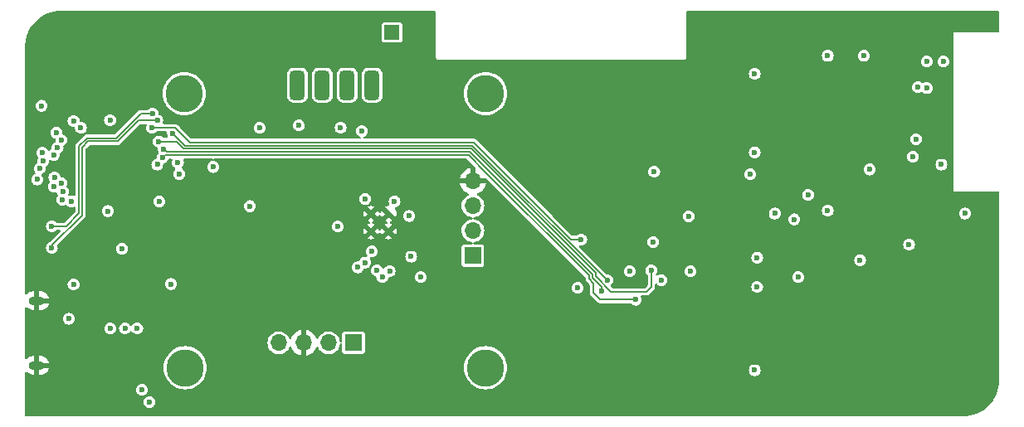
<source format=gbr>
%TF.GenerationSoftware,KiCad,Pcbnew,7.0.10-7.0.10~ubuntu22.04.1*%
%TF.CreationDate,2024-03-26T22:08:59+01:00*%
%TF.ProjectId,hackbat,6861636b-6261-4742-9e6b-696361645f70,rev?*%
%TF.SameCoordinates,Original*%
%TF.FileFunction,Copper,L3,Inr*%
%TF.FilePolarity,Positive*%
%FSLAX46Y46*%
G04 Gerber Fmt 4.6, Leading zero omitted, Abs format (unit mm)*
G04 Created by KiCad (PCBNEW 7.0.10-7.0.10~ubuntu22.04.1) date 2024-03-26 22:08:59*
%MOMM*%
%LPD*%
G01*
G04 APERTURE LIST*
G04 Aperture macros list*
%AMRoundRect*
0 Rectangle with rounded corners*
0 $1 Rounding radius*
0 $2 $3 $4 $5 $6 $7 $8 $9 X,Y pos of 4 corners*
0 Add a 4 corners polygon primitive as box body*
4,1,4,$2,$3,$4,$5,$6,$7,$8,$9,$2,$3,0*
0 Add four circle primitives for the rounded corners*
1,1,$1+$1,$2,$3*
1,1,$1+$1,$4,$5*
1,1,$1+$1,$6,$7*
1,1,$1+$1,$8,$9*
0 Add four rect primitives between the rounded corners*
20,1,$1+$1,$2,$3,$4,$5,0*
20,1,$1+$1,$4,$5,$6,$7,0*
20,1,$1+$1,$6,$7,$8,$9,0*
20,1,$1+$1,$8,$9,$2,$3,0*%
G04 Aperture macros list end*
%TA.AperFunction,ComponentPad*%
%ADD10C,0.600000*%
%TD*%
%TA.AperFunction,ComponentPad*%
%ADD11R,1.700000X1.700000*%
%TD*%
%TA.AperFunction,ComponentPad*%
%ADD12O,1.700000X1.700000*%
%TD*%
%TA.AperFunction,ComponentPad*%
%ADD13R,1.500000X1.500000*%
%TD*%
%TA.AperFunction,ComponentPad*%
%ADD14C,3.800000*%
%TD*%
%TA.AperFunction,ComponentPad*%
%ADD15RoundRect,0.375000X0.375000X-1.125000X0.375000X1.125000X-0.375000X1.125000X-0.375000X-1.125000X0*%
%TD*%
%TA.AperFunction,ComponentPad*%
%ADD16O,1.600000X0.900000*%
%TD*%
%TA.AperFunction,ViaPad*%
%ADD17C,0.600000*%
%TD*%
%TA.AperFunction,Conductor*%
%ADD18C,0.127000*%
%TD*%
G04 APERTURE END LIST*
D10*
%TO.N,GND*%
%TO.C,U6*%
X127400000Y-81025000D03*
X125600000Y-81025000D03*
X127400000Y-82825000D03*
X125600000Y-82825000D03*
%TD*%
D11*
%TO.N,uart_tx*%
%TO.C,J5*%
X123820000Y-94200000D03*
D12*
%TO.N,uart_rx*%
X121280000Y-94200000D03*
%TO.N,GND*%
X118740000Y-94200000D03*
%TO.N,+3V3*%
X116200000Y-94200000D03*
%TD*%
D13*
%TO.N,Net-(AE1-A)*%
%TO.C,AE1*%
X127750000Y-62500000D03*
%TD*%
D14*
%TO.N,*%
%TO.C,U5*%
X106550000Y-68750000D03*
X106650000Y-96750000D03*
X137300000Y-68750000D03*
X137300000Y-96750000D03*
D15*
%TO.N,Net-(U5-VCC_IN)*%
X118100000Y-67900000D03*
%TO.N,Net-(U5-GND)*%
X120640000Y-67900000D03*
%TO.N,i2c_scl*%
X123180000Y-67900000D03*
%TO.N,i2c_sda*%
X125720000Y-67900000D03*
%TD*%
D16*
%TO.N,GND*%
%TO.C,J2*%
X91500000Y-89900000D03*
X91500000Y-96500000D03*
%TD*%
D11*
%TO.N,i2c_scl*%
%TO.C,J3*%
X136000000Y-85300000D03*
D12*
%TO.N,i2c_sda*%
X136000000Y-82760000D03*
%TO.N,+3V3*%
X136000000Y-80220000D03*
%TO.N,GND*%
X136000000Y-77680000D03*
%TD*%
D17*
%TO.N,GND*%
X100300000Y-89700000D03*
X104000000Y-87700000D03*
X106800000Y-88000000D03*
%TO.N,+3V3*%
X105200000Y-88200000D03*
X100200000Y-84600000D03*
%TO.N,GND*%
X155300000Y-85900000D03*
%TO.N,led_0*%
X93037500Y-84500000D03*
X103800000Y-71500000D03*
%TO.N,led_1*%
X93037500Y-82290000D03*
X103300000Y-70800000D03*
%TO.N,GND*%
X93300000Y-85800000D03*
X93500000Y-80200000D03*
X90600000Y-79000000D03*
X128436500Y-86700000D03*
%TO.N,spi_clk*%
X130700000Y-87500000D03*
%TO.N,sdcard_cs*%
X146700000Y-88600000D03*
%TO.N,uart_rx*%
X91536500Y-77525000D03*
%TO.N,uart_tx*%
X91800000Y-76400000D03*
%TO.N,GND*%
X120000000Y-72250000D03*
X116250000Y-72250000D03*
X99100000Y-76600000D03*
X100250000Y-75500000D03*
X102500000Y-82250000D03*
X103500000Y-84500000D03*
X102728219Y-70064612D03*
X105000000Y-84500000D03*
X103750000Y-82250000D03*
X98000000Y-75500000D03*
X115500000Y-82500000D03*
%TO.N,+5V*%
X102250000Y-99000000D03*
X94750000Y-91750000D03*
X103000000Y-100250000D03*
X95250000Y-88250000D03*
%TO.N,+3V3*%
X93250000Y-78250000D03*
X118250000Y-72000000D03*
X101750000Y-92750000D03*
X125000000Y-79500000D03*
X154500000Y-76750000D03*
X95000000Y-79750000D03*
X164750000Y-97000000D03*
X127500000Y-86900000D03*
X165000000Y-88500000D03*
X129500000Y-81250000D03*
X99000000Y-92750000D03*
X176500000Y-76500000D03*
X175500000Y-85750000D03*
X109500000Y-76250000D03*
X124686500Y-72575000D03*
X98750000Y-80750000D03*
X128000000Y-79750000D03*
X92000000Y-70000000D03*
X170200000Y-79100000D03*
X113250000Y-80250000D03*
X164750000Y-66750000D03*
X154400000Y-83900000D03*
X114250000Y-72250000D03*
X165000000Y-85500000D03*
X98976545Y-71476545D03*
X100500000Y-92750000D03*
X164300000Y-77000000D03*
X92100000Y-74800000D03*
X164750000Y-74750000D03*
X172200000Y-80700000D03*
X122233183Y-82320000D03*
X104000000Y-79750000D03*
X103800000Y-76000000D03*
X181200000Y-73400000D03*
X122500000Y-72250000D03*
%TO.N,sdcard_cs*%
X104436500Y-74398455D03*
X149100000Y-88900000D03*
%TO.N,Net-(J4-CMD)*%
X152000000Y-86900000D03*
%TO.N,sdcard_sclk*%
X154200000Y-86800000D03*
X103948455Y-73648455D03*
%TO.N,Net-(J4-DAT0)*%
X155225000Y-87800000D03*
%TO.N,button_up*%
X166800000Y-81000000D03*
X92151545Y-75648455D03*
%TO.N,button_right*%
X180500000Y-84200000D03*
X94151545Y-78751545D03*
%TO.N,button_left*%
X93300000Y-77300000D03*
X158000000Y-81282500D03*
%TO.N,button_down*%
X169200000Y-87500000D03*
X94100000Y-79600000D03*
%TO.N,button_enter*%
X168800000Y-81600000D03*
X94000000Y-77900000D03*
%TO.N,Net-(D3-A)*%
X186200000Y-81000000D03*
%TO.N,spi_rx*%
X95250000Y-71563500D03*
X125700000Y-84873000D03*
%TO.N,spi_rf_cs*%
X129700000Y-85400000D03*
X96000000Y-72250000D03*
%TO.N,spi_clk*%
X93500000Y-72750000D03*
X125000000Y-86000000D03*
%TO.N,spi_tx*%
X124250000Y-86500000D03*
X94000000Y-73500000D03*
%TO.N,rf_gd2*%
X126200000Y-86800000D03*
X93620424Y-74290924D03*
%TO.N,rf_gd0*%
X93250000Y-75000000D03*
X126750000Y-87500000D03*
%TO.N,sdcard_detection*%
X103263500Y-72236500D03*
X147048455Y-83648455D03*
X158200000Y-86900000D03*
%TO.N,sdcard_mosi*%
X105400000Y-72800000D03*
X149700000Y-87800000D03*
%TO.N,sdcard_miso*%
X104346209Y-75269738D03*
X152600000Y-89800000D03*
%TO.N,wifi_txd*%
X181400000Y-68100000D03*
X105900000Y-75800000D03*
%TO.N,Net-(U4-GPIO1{slash}TXD)*%
X184000000Y-65475000D03*
%TO.N,wifi_rxd*%
X106040294Y-76955500D03*
X182300000Y-68200000D03*
%TO.N,Net-(U4-GPIO3{slash}RXD)*%
X182300000Y-65475000D03*
%TO.N,Net-(U4-~{RST})*%
X183800000Y-76000000D03*
%TO.N,Net-(U4-EN)*%
X180900000Y-75200000D03*
%TO.N,Net-(U4-GPIO15)*%
X172200000Y-64900000D03*
%TO.N,Net-(U4-GPIO0)*%
X175900000Y-64900000D03*
%TD*%
D18*
%TO.N,led_0*%
X101862448Y-71500000D02*
X99735448Y-73627000D01*
X99735448Y-73627000D02*
X96735448Y-73627000D01*
X103800000Y-71500000D02*
X101862448Y-71500000D01*
X96735448Y-73627000D02*
X96127000Y-74235448D01*
X93037500Y-84224948D02*
X93037500Y-84500000D01*
X96127000Y-74235448D02*
X96127000Y-81173000D01*
X96089448Y-81173000D02*
X93037500Y-84224948D01*
X96127000Y-81173000D02*
X96089448Y-81173000D01*
%TO.N,led_1*%
X103300000Y-70800000D02*
X102100000Y-70800000D01*
X95800000Y-74100000D02*
X95800000Y-81000000D01*
X93047500Y-82300000D02*
X93037500Y-82290000D01*
X102100000Y-70800000D02*
X99600000Y-73300000D01*
X99600000Y-73300000D02*
X96600000Y-73300000D01*
X96600000Y-73300000D02*
X95800000Y-74100000D01*
X95800000Y-81000000D02*
X94500000Y-82300000D01*
X94500000Y-82300000D02*
X93047500Y-82300000D01*
%TO.N,sdcard_cs*%
X130600000Y-74717500D02*
X104755545Y-74717500D01*
X148173000Y-87532358D02*
X148173000Y-87197896D01*
X104755545Y-74717500D02*
X104436500Y-74398455D01*
X147337552Y-86362448D02*
X135692604Y-74717500D01*
X148173000Y-87197896D02*
X147337552Y-86362448D01*
X135692604Y-74717500D02*
X130600000Y-74717500D01*
X149100000Y-88900000D02*
X149100000Y-88459358D01*
X149100000Y-88459358D02*
X148173000Y-87532358D01*
%TO.N,sdcard_sclk*%
X103948455Y-73648455D02*
X105748455Y-73648455D01*
X148500000Y-87396910D02*
X150103090Y-89000000D01*
X106490500Y-74390500D02*
X113300000Y-74390500D01*
X154200000Y-88500000D02*
X154200000Y-86800000D01*
X148500000Y-87062448D02*
X148500000Y-87396910D01*
X153700000Y-89000000D02*
X154200000Y-88500000D01*
X105748455Y-73648455D02*
X106490500Y-74390500D01*
X113300000Y-74390500D02*
X135828052Y-74390500D01*
X135828052Y-74390500D02*
X148500000Y-87062448D01*
X150103090Y-89000000D02*
X153700000Y-89000000D01*
%TO.N,sdcard_detection*%
X105633410Y-72236500D02*
X103263500Y-72236500D01*
X136098948Y-73736500D02*
X107133410Y-73736500D01*
X107133410Y-73736500D02*
X105633410Y-72236500D01*
X147048455Y-83648455D02*
X146010903Y-83648455D01*
X146010903Y-83648455D02*
X136098948Y-73736500D01*
%TO.N,sdcard_mosi*%
X135963500Y-74063500D02*
X106663500Y-74063500D01*
X106663500Y-74063500D02*
X105400000Y-72800000D01*
X149700000Y-87800000D02*
X135963500Y-74063500D01*
%TO.N,sdcard_miso*%
X137306328Y-76793672D02*
X147656328Y-87143672D01*
X104346209Y-75269738D02*
X104571447Y-75044500D01*
X149000000Y-89800000D02*
X152600000Y-89800000D01*
X147656328Y-87143672D02*
X147846000Y-87333344D01*
X147846000Y-87333344D02*
X147846000Y-87667806D01*
X135557156Y-75044500D02*
X137306328Y-76793672D01*
X148300000Y-89100000D02*
X149000000Y-89800000D01*
X104571447Y-75044500D02*
X108300000Y-75044500D01*
X108300000Y-75044500D02*
X135557156Y-75044500D01*
X147846000Y-87667806D02*
X148300000Y-88121806D01*
X148300000Y-88121806D02*
X148300000Y-89100000D01*
%TD*%
%TA.AperFunction,Conductor*%
%TO.N,GND*%
G36*
X132142539Y-60320185D02*
G01*
X132188294Y-60372989D01*
X132199500Y-60424500D01*
X132199500Y-64940784D01*
X132196437Y-64962745D01*
X132195599Y-64971791D01*
X132195599Y-64971792D01*
X132195599Y-64971793D01*
X132197455Y-64991817D01*
X132198971Y-65008182D01*
X132199500Y-65019623D01*
X132199500Y-65027843D01*
X132199501Y-65027854D01*
X132201011Y-65035937D01*
X132202591Y-65047264D01*
X132205964Y-65083658D01*
X132208443Y-65092372D01*
X132211667Y-65101989D01*
X132214938Y-65110432D01*
X132214939Y-65110433D01*
X132230933Y-65136265D01*
X132234177Y-65141503D01*
X132239746Y-65151502D01*
X132244442Y-65160931D01*
X132256041Y-65184228D01*
X132261526Y-65191490D01*
X132267957Y-65199235D01*
X132274080Y-65205951D01*
X132303249Y-65227979D01*
X132312061Y-65235296D01*
X132339069Y-65259918D01*
X132346797Y-65264702D01*
X132355580Y-65269594D01*
X132363732Y-65273653D01*
X132363736Y-65273656D01*
X132398895Y-65283659D01*
X132409742Y-65287295D01*
X132443827Y-65300500D01*
X132443828Y-65300500D01*
X132452755Y-65302169D01*
X132462742Y-65303562D01*
X132471788Y-65304399D01*
X132471793Y-65304401D01*
X132508183Y-65301028D01*
X132519624Y-65300500D01*
X157440785Y-65300500D01*
X157462742Y-65303562D01*
X157471788Y-65304399D01*
X157471793Y-65304401D01*
X157508183Y-65301028D01*
X157519624Y-65300500D01*
X157527845Y-65300500D01*
X157530407Y-65300020D01*
X157535921Y-65298989D01*
X157547259Y-65297407D01*
X157583660Y-65294035D01*
X157583666Y-65294031D01*
X157592421Y-65291541D01*
X157601940Y-65288350D01*
X157610431Y-65285061D01*
X157610433Y-65285061D01*
X157641521Y-65265811D01*
X157651498Y-65260254D01*
X157684228Y-65243958D01*
X157684230Y-65243954D01*
X157691523Y-65238448D01*
X157699197Y-65232076D01*
X157705949Y-65225921D01*
X157705949Y-65225920D01*
X157705952Y-65225919D01*
X157727990Y-65196734D01*
X157735275Y-65187961D01*
X157759916Y-65160933D01*
X157759918Y-65160927D01*
X157764721Y-65153170D01*
X157769579Y-65144448D01*
X157773651Y-65136269D01*
X157773656Y-65136264D01*
X157783663Y-65101089D01*
X157787289Y-65090270D01*
X157800500Y-65056173D01*
X157800500Y-65056171D01*
X157800501Y-65056169D01*
X157802172Y-65047229D01*
X157803561Y-65037276D01*
X157804401Y-65028207D01*
X157801029Y-64991817D01*
X157800500Y-64980376D01*
X157800500Y-64900001D01*
X171594318Y-64900001D01*
X171614955Y-65056760D01*
X171614956Y-65056762D01*
X171672945Y-65196761D01*
X171675464Y-65202841D01*
X171771718Y-65328282D01*
X171897159Y-65424536D01*
X172043238Y-65485044D01*
X172121619Y-65495363D01*
X172199999Y-65505682D01*
X172200000Y-65505682D01*
X172200001Y-65505682D01*
X172252254Y-65498802D01*
X172356762Y-65485044D01*
X172502841Y-65424536D01*
X172628282Y-65328282D01*
X172724536Y-65202841D01*
X172785044Y-65056762D01*
X172805682Y-64900001D01*
X175294318Y-64900001D01*
X175314955Y-65056760D01*
X175314956Y-65056762D01*
X175372945Y-65196761D01*
X175375464Y-65202841D01*
X175471718Y-65328282D01*
X175597159Y-65424536D01*
X175743238Y-65485044D01*
X175821619Y-65495363D01*
X175899999Y-65505682D01*
X175900000Y-65505682D01*
X175900001Y-65505682D01*
X175952254Y-65498802D01*
X176056762Y-65485044D01*
X176081008Y-65475001D01*
X181694318Y-65475001D01*
X181714955Y-65631760D01*
X181714956Y-65631762D01*
X181775464Y-65777841D01*
X181871718Y-65903282D01*
X181997159Y-65999536D01*
X182143238Y-66060044D01*
X182221619Y-66070363D01*
X182299999Y-66080682D01*
X182300000Y-66080682D01*
X182300001Y-66080682D01*
X182352254Y-66073802D01*
X182456762Y-66060044D01*
X182602841Y-65999536D01*
X182728282Y-65903282D01*
X182824536Y-65777841D01*
X182885044Y-65631762D01*
X182905682Y-65475001D01*
X183394318Y-65475001D01*
X183414955Y-65631760D01*
X183414956Y-65631762D01*
X183475464Y-65777841D01*
X183571718Y-65903282D01*
X183697159Y-65999536D01*
X183843238Y-66060044D01*
X183921619Y-66070363D01*
X183999999Y-66080682D01*
X184000000Y-66080682D01*
X184000001Y-66080682D01*
X184052254Y-66073802D01*
X184156762Y-66060044D01*
X184302841Y-65999536D01*
X184428282Y-65903282D01*
X184524536Y-65777841D01*
X184585044Y-65631762D01*
X184605682Y-65475000D01*
X184585044Y-65318238D01*
X184524536Y-65172159D01*
X184428282Y-65046718D01*
X184302841Y-64950464D01*
X184279471Y-64940784D01*
X184156762Y-64889956D01*
X184156760Y-64889955D01*
X184000001Y-64869318D01*
X183999999Y-64869318D01*
X183843239Y-64889955D01*
X183843237Y-64889956D01*
X183697160Y-64950463D01*
X183571718Y-65046718D01*
X183475463Y-65172160D01*
X183414956Y-65318237D01*
X183414955Y-65318239D01*
X183394318Y-65474998D01*
X183394318Y-65475001D01*
X182905682Y-65475001D01*
X182905682Y-65475000D01*
X182885044Y-65318238D01*
X182824536Y-65172159D01*
X182728282Y-65046718D01*
X182602841Y-64950464D01*
X182579471Y-64940784D01*
X182456762Y-64889956D01*
X182456760Y-64889955D01*
X182300001Y-64869318D01*
X182299999Y-64869318D01*
X182143239Y-64889955D01*
X182143237Y-64889956D01*
X181997160Y-64950463D01*
X181871718Y-65046718D01*
X181775463Y-65172160D01*
X181714956Y-65318237D01*
X181714955Y-65318239D01*
X181694318Y-65474998D01*
X181694318Y-65475001D01*
X176081008Y-65475001D01*
X176202841Y-65424536D01*
X176328282Y-65328282D01*
X176424536Y-65202841D01*
X176485044Y-65056762D01*
X176505682Y-64900000D01*
X176485044Y-64743238D01*
X176424536Y-64597159D01*
X176328282Y-64471718D01*
X176202841Y-64375464D01*
X176056762Y-64314956D01*
X176056760Y-64314955D01*
X175900001Y-64294318D01*
X175899999Y-64294318D01*
X175743239Y-64314955D01*
X175743237Y-64314956D01*
X175597160Y-64375463D01*
X175471718Y-64471718D01*
X175375463Y-64597160D01*
X175314956Y-64743237D01*
X175314955Y-64743239D01*
X175294318Y-64899998D01*
X175294318Y-64900001D01*
X172805682Y-64900001D01*
X172805682Y-64900000D01*
X172785044Y-64743238D01*
X172724536Y-64597159D01*
X172628282Y-64471718D01*
X172502841Y-64375464D01*
X172356762Y-64314956D01*
X172356760Y-64314955D01*
X172200001Y-64294318D01*
X172199999Y-64294318D01*
X172043239Y-64314955D01*
X172043237Y-64314956D01*
X171897160Y-64375463D01*
X171771718Y-64471718D01*
X171675463Y-64597160D01*
X171614956Y-64743237D01*
X171614955Y-64743239D01*
X171594318Y-64899998D01*
X171594318Y-64900001D01*
X157800500Y-64900001D01*
X157800500Y-60424500D01*
X157820185Y-60357461D01*
X157872989Y-60311706D01*
X157924500Y-60300500D01*
X189575500Y-60300500D01*
X189642539Y-60320185D01*
X189688294Y-60372989D01*
X189699500Y-60424500D01*
X189699500Y-62356000D01*
X189679815Y-62423039D01*
X189627011Y-62468794D01*
X189575500Y-62480000D01*
X185050000Y-62480000D01*
X185050000Y-78720000D01*
X189575500Y-78720000D01*
X189642539Y-78739685D01*
X189688294Y-78792489D01*
X189699500Y-78844000D01*
X189699500Y-97996948D01*
X189699351Y-98003033D01*
X189681984Y-98356531D01*
X189680791Y-98368640D01*
X189629308Y-98715712D01*
X189626934Y-98727648D01*
X189541680Y-99068001D01*
X189538147Y-99079646D01*
X189419945Y-99409996D01*
X189415289Y-99421237D01*
X189265270Y-99738429D01*
X189259533Y-99749162D01*
X189079156Y-100050102D01*
X189072396Y-100060220D01*
X188863377Y-100342049D01*
X188855657Y-100351455D01*
X188620033Y-100611428D01*
X188611428Y-100620033D01*
X188351455Y-100855657D01*
X188342049Y-100863377D01*
X188060220Y-101072396D01*
X188050102Y-101079156D01*
X187749162Y-101259533D01*
X187738429Y-101265270D01*
X187421237Y-101415289D01*
X187409996Y-101419945D01*
X187079646Y-101538147D01*
X187068001Y-101541680D01*
X186727648Y-101626934D01*
X186715712Y-101629308D01*
X186368640Y-101680791D01*
X186356531Y-101681984D01*
X186023016Y-101698369D01*
X186003031Y-101699351D01*
X185996949Y-101699500D01*
X90424500Y-101699500D01*
X90357461Y-101679815D01*
X90311706Y-101627011D01*
X90300500Y-101575500D01*
X90300500Y-100250001D01*
X102394318Y-100250001D01*
X102414955Y-100406760D01*
X102414956Y-100406762D01*
X102475464Y-100552841D01*
X102571718Y-100678282D01*
X102697159Y-100774536D01*
X102843238Y-100835044D01*
X102921619Y-100845363D01*
X102999999Y-100855682D01*
X103000000Y-100855682D01*
X103000001Y-100855682D01*
X103052254Y-100848802D01*
X103156762Y-100835044D01*
X103302841Y-100774536D01*
X103428282Y-100678282D01*
X103524536Y-100552841D01*
X103585044Y-100406762D01*
X103605682Y-100250000D01*
X103585044Y-100093238D01*
X103524536Y-99947159D01*
X103428282Y-99821718D01*
X103302841Y-99725464D01*
X103156762Y-99664956D01*
X103156760Y-99664955D01*
X103000001Y-99644318D01*
X102999999Y-99644318D01*
X102843239Y-99664955D01*
X102843237Y-99664956D01*
X102697152Y-99725466D01*
X102695242Y-99726569D01*
X102692469Y-99729061D01*
X102571720Y-99821715D01*
X102475463Y-99947160D01*
X102414956Y-100093237D01*
X102414955Y-100093239D01*
X102394318Y-100249998D01*
X102394318Y-100250001D01*
X90300500Y-100250001D01*
X90300500Y-99000001D01*
X101644318Y-99000001D01*
X101664955Y-99156760D01*
X101664956Y-99156762D01*
X101725464Y-99302841D01*
X101821718Y-99428282D01*
X101947159Y-99524536D01*
X102093238Y-99585044D01*
X102171619Y-99595363D01*
X102249999Y-99605682D01*
X102250000Y-99605682D01*
X102250001Y-99605682D01*
X102302254Y-99598802D01*
X102406762Y-99585044D01*
X102552841Y-99524536D01*
X102552847Y-99524531D01*
X102554754Y-99523430D01*
X102557531Y-99520937D01*
X102678282Y-99428282D01*
X102774536Y-99302841D01*
X102835044Y-99156762D01*
X102855682Y-99000000D01*
X102853793Y-98985654D01*
X102835044Y-98843239D01*
X102835044Y-98843238D01*
X102774536Y-98697159D01*
X102678282Y-98571718D01*
X102552841Y-98475464D01*
X102406762Y-98414956D01*
X102406760Y-98414955D01*
X102250001Y-98394318D01*
X102249999Y-98394318D01*
X102093239Y-98414955D01*
X102093237Y-98414956D01*
X101947160Y-98475463D01*
X101821718Y-98571718D01*
X101725463Y-98697160D01*
X101664956Y-98843237D01*
X101664955Y-98843239D01*
X101644318Y-98999998D01*
X101644318Y-99000001D01*
X90300500Y-99000001D01*
X90300500Y-97295629D01*
X90320185Y-97228590D01*
X90372989Y-97182835D01*
X90442147Y-97172891D01*
X90505703Y-97201916D01*
X90514376Y-97210199D01*
X90528003Y-97224535D01*
X90686586Y-97334913D01*
X90864137Y-97411106D01*
X91053394Y-97450000D01*
X91250000Y-97450000D01*
X91250000Y-96750000D01*
X91750000Y-96750000D01*
X91750000Y-97450000D01*
X91898176Y-97450000D01*
X92042221Y-97435352D01*
X92226561Y-97377515D01*
X92226571Y-97377510D01*
X92395498Y-97283748D01*
X92395505Y-97283743D01*
X92542105Y-97157892D01*
X92660368Y-97005109D01*
X92660370Y-97005105D01*
X92745457Y-96831643D01*
X92766596Y-96750000D01*
X104444778Y-96750000D01*
X104461498Y-97005105D01*
X104463644Y-97037837D01*
X104463646Y-97037849D01*
X104519917Y-97320745D01*
X104519921Y-97320760D01*
X104612642Y-97593905D01*
X104740219Y-97852606D01*
X104740223Y-97852613D01*
X104900478Y-98092452D01*
X105090672Y-98309327D01*
X105307547Y-98499521D01*
X105547386Y-98659776D01*
X105547389Y-98659778D01*
X105806098Y-98787359D01*
X106079247Y-98880081D01*
X106362161Y-98936356D01*
X106650000Y-98955222D01*
X106937839Y-98936356D01*
X107220753Y-98880081D01*
X107493902Y-98787359D01*
X107752611Y-98659778D01*
X107992454Y-98499520D01*
X108209327Y-98309327D01*
X108399520Y-98092454D01*
X108559778Y-97852611D01*
X108687359Y-97593902D01*
X108780081Y-97320753D01*
X108836356Y-97037839D01*
X108855222Y-96750000D01*
X135094778Y-96750000D01*
X135111498Y-97005105D01*
X135113644Y-97037837D01*
X135113646Y-97037849D01*
X135169917Y-97320745D01*
X135169921Y-97320760D01*
X135262642Y-97593905D01*
X135390219Y-97852606D01*
X135390223Y-97852613D01*
X135550478Y-98092452D01*
X135740672Y-98309327D01*
X135957547Y-98499521D01*
X136197386Y-98659776D01*
X136197389Y-98659778D01*
X136456098Y-98787359D01*
X136729247Y-98880081D01*
X137012161Y-98936356D01*
X137300000Y-98955222D01*
X137587839Y-98936356D01*
X137870753Y-98880081D01*
X138143902Y-98787359D01*
X138402611Y-98659778D01*
X138642454Y-98499520D01*
X138859327Y-98309327D01*
X139049520Y-98092454D01*
X139209778Y-97852611D01*
X139337359Y-97593902D01*
X139430081Y-97320753D01*
X139486356Y-97037839D01*
X139488836Y-97000001D01*
X164144318Y-97000001D01*
X164164955Y-97156760D01*
X164164956Y-97156762D01*
X164193028Y-97224535D01*
X164225464Y-97302841D01*
X164321718Y-97428282D01*
X164447159Y-97524536D01*
X164593238Y-97585044D01*
X164660522Y-97593902D01*
X164749999Y-97605682D01*
X164750000Y-97605682D01*
X164750001Y-97605682D01*
X164802254Y-97598802D01*
X164906762Y-97585044D01*
X165052841Y-97524536D01*
X165178282Y-97428282D01*
X165274536Y-97302841D01*
X165335044Y-97156762D01*
X165350701Y-97037837D01*
X165355682Y-97000001D01*
X165355682Y-96999998D01*
X165335044Y-96843239D01*
X165335044Y-96843238D01*
X165274536Y-96697159D01*
X165178282Y-96571718D01*
X165052841Y-96475464D01*
X165020727Y-96462162D01*
X164906762Y-96414956D01*
X164906760Y-96414955D01*
X164750001Y-96394318D01*
X164749999Y-96394318D01*
X164593239Y-96414955D01*
X164593237Y-96414956D01*
X164447160Y-96475463D01*
X164321718Y-96571718D01*
X164225463Y-96697160D01*
X164164956Y-96843237D01*
X164164955Y-96843239D01*
X164144318Y-96999998D01*
X164144318Y-97000001D01*
X139488836Y-97000001D01*
X139505222Y-96750000D01*
X139486356Y-96462161D01*
X139430081Y-96179247D01*
X139337359Y-95906098D01*
X139209778Y-95647389D01*
X139131764Y-95530633D01*
X139049521Y-95407547D01*
X138859327Y-95190672D01*
X138642452Y-95000478D01*
X138402613Y-94840223D01*
X138402606Y-94840219D01*
X138143905Y-94712642D01*
X137870760Y-94619921D01*
X137870754Y-94619919D01*
X137870753Y-94619919D01*
X137870751Y-94619918D01*
X137870745Y-94619917D01*
X137587849Y-94563646D01*
X137587839Y-94563644D01*
X137300000Y-94544778D01*
X137012161Y-94563644D01*
X137012155Y-94563645D01*
X137012150Y-94563646D01*
X136729254Y-94619917D01*
X136729239Y-94619921D01*
X136456094Y-94712642D01*
X136197393Y-94840219D01*
X136197386Y-94840223D01*
X135957547Y-95000478D01*
X135740672Y-95190672D01*
X135550478Y-95407547D01*
X135390223Y-95647386D01*
X135390219Y-95647393D01*
X135262642Y-95906094D01*
X135169921Y-96179239D01*
X135169917Y-96179254D01*
X135113646Y-96462150D01*
X135113644Y-96462161D01*
X135094778Y-96750000D01*
X108855222Y-96750000D01*
X108836356Y-96462161D01*
X108780081Y-96179247D01*
X108687359Y-95906098D01*
X108559778Y-95647389D01*
X108481764Y-95530633D01*
X108399521Y-95407547D01*
X108209327Y-95190672D01*
X107992452Y-95000478D01*
X107752613Y-94840223D01*
X107752606Y-94840219D01*
X107493905Y-94712642D01*
X107220760Y-94619921D01*
X107220754Y-94619919D01*
X107220753Y-94619919D01*
X107220751Y-94619918D01*
X107220745Y-94619917D01*
X106937849Y-94563646D01*
X106937839Y-94563644D01*
X106650000Y-94544778D01*
X106362161Y-94563644D01*
X106362155Y-94563645D01*
X106362150Y-94563646D01*
X106079254Y-94619917D01*
X106079239Y-94619921D01*
X105806094Y-94712642D01*
X105547393Y-94840219D01*
X105547386Y-94840223D01*
X105307547Y-95000478D01*
X105090672Y-95190672D01*
X104900478Y-95407547D01*
X104740223Y-95647386D01*
X104740219Y-95647393D01*
X104612642Y-95906094D01*
X104519921Y-96179239D01*
X104519917Y-96179254D01*
X104463646Y-96462150D01*
X104463644Y-96462161D01*
X104444778Y-96750000D01*
X92766596Y-96750000D01*
X91874624Y-96750000D01*
X91947545Y-96735495D01*
X92030240Y-96680240D01*
X92085495Y-96597545D01*
X92104898Y-96500000D01*
X92085495Y-96402455D01*
X92030240Y-96319760D01*
X91947545Y-96264505D01*
X91874624Y-96250000D01*
X92770471Y-96250000D01*
X92707314Y-96079472D01*
X92707312Y-96079468D01*
X92605107Y-95915496D01*
X92471997Y-95775465D01*
X92471996Y-95775464D01*
X92313413Y-95665086D01*
X92135862Y-95588893D01*
X91946606Y-95550000D01*
X91750000Y-95550000D01*
X91750000Y-96250000D01*
X91250000Y-96250000D01*
X91250000Y-95550000D01*
X91101824Y-95550000D01*
X90957778Y-95564647D01*
X90773438Y-95622484D01*
X90773428Y-95622489D01*
X90604501Y-95716251D01*
X90604500Y-95716252D01*
X90505270Y-95801438D01*
X90441581Y-95830169D01*
X90372469Y-95819907D01*
X90319876Y-95773909D01*
X90300500Y-95707351D01*
X90300500Y-94200000D01*
X115044571Y-94200000D01*
X115064244Y-94412310D01*
X115122596Y-94617392D01*
X115122596Y-94617394D01*
X115217632Y-94808253D01*
X115346127Y-94978406D01*
X115346128Y-94978407D01*
X115503698Y-95122052D01*
X115684981Y-95234298D01*
X115883802Y-95311321D01*
X116093390Y-95350500D01*
X116093392Y-95350500D01*
X116306608Y-95350500D01*
X116306610Y-95350500D01*
X116516198Y-95311321D01*
X116715019Y-95234298D01*
X116896302Y-95122052D01*
X117053872Y-94978407D01*
X117182366Y-94808255D01*
X117249325Y-94673781D01*
X117296825Y-94622548D01*
X117364488Y-94605126D01*
X117430828Y-94627051D01*
X117472705Y-94676651D01*
X117566399Y-94877578D01*
X117701894Y-95071082D01*
X117868917Y-95238105D01*
X118062421Y-95373600D01*
X118276507Y-95473429D01*
X118276516Y-95473433D01*
X118490000Y-95530634D01*
X118490000Y-94635501D01*
X118597685Y-94684680D01*
X118704237Y-94700000D01*
X118775763Y-94700000D01*
X118882315Y-94684680D01*
X118990000Y-94635501D01*
X118990000Y-95530633D01*
X119203483Y-95473433D01*
X119203492Y-95473429D01*
X119417578Y-95373600D01*
X119611082Y-95238105D01*
X119778105Y-95071082D01*
X119913600Y-94877578D01*
X120007294Y-94676651D01*
X120053466Y-94624212D01*
X120120660Y-94605060D01*
X120187541Y-94625276D01*
X120230676Y-94673785D01*
X120297632Y-94808253D01*
X120426127Y-94978406D01*
X120426128Y-94978407D01*
X120583698Y-95122052D01*
X120764981Y-95234298D01*
X120963802Y-95311321D01*
X121173390Y-95350500D01*
X121173392Y-95350500D01*
X121386608Y-95350500D01*
X121386610Y-95350500D01*
X121596198Y-95311321D01*
X121795019Y-95234298D01*
X121976302Y-95122052D01*
X122133872Y-94978407D01*
X122262366Y-94808255D01*
X122316270Y-94700000D01*
X122357403Y-94617394D01*
X122357403Y-94617393D01*
X122357405Y-94617389D01*
X122415756Y-94412310D01*
X122422029Y-94344605D01*
X122447814Y-94279669D01*
X122504614Y-94238981D01*
X122574395Y-94235461D01*
X122635002Y-94270225D01*
X122667193Y-94332238D01*
X122669500Y-94356047D01*
X122669500Y-95094856D01*
X122669502Y-95094882D01*
X122672413Y-95119987D01*
X122672415Y-95119991D01*
X122717793Y-95222764D01*
X122717794Y-95222765D01*
X122797235Y-95302206D01*
X122900009Y-95347585D01*
X122925135Y-95350500D01*
X124714864Y-95350499D01*
X124714879Y-95350497D01*
X124714882Y-95350497D01*
X124739987Y-95347586D01*
X124739988Y-95347585D01*
X124739991Y-95347585D01*
X124842765Y-95302206D01*
X124922206Y-95222765D01*
X124967585Y-95119991D01*
X124970500Y-95094865D01*
X124970499Y-93305136D01*
X124970497Y-93305117D01*
X124967586Y-93280012D01*
X124967585Y-93280010D01*
X124967585Y-93280009D01*
X124922206Y-93177235D01*
X124842765Y-93097794D01*
X124822124Y-93088680D01*
X124739992Y-93052415D01*
X124714865Y-93049500D01*
X122925143Y-93049500D01*
X122925117Y-93049502D01*
X122900012Y-93052413D01*
X122900008Y-93052415D01*
X122797235Y-93097793D01*
X122717794Y-93177234D01*
X122672415Y-93280006D01*
X122672415Y-93280008D01*
X122669500Y-93305131D01*
X122669500Y-94043951D01*
X122649815Y-94110990D01*
X122597011Y-94156745D01*
X122527853Y-94166689D01*
X122464297Y-94137664D01*
X122426523Y-94078886D01*
X122422029Y-94055391D01*
X122415756Y-93987689D01*
X122401273Y-93936789D01*
X122357405Y-93782611D01*
X122357403Y-93782606D01*
X122357403Y-93782605D01*
X122262367Y-93591746D01*
X122133872Y-93421593D01*
X121976302Y-93277948D01*
X121795019Y-93165702D01*
X121795017Y-93165701D01*
X121695608Y-93127190D01*
X121596198Y-93088679D01*
X121386610Y-93049500D01*
X121173390Y-93049500D01*
X120963802Y-93088679D01*
X120963799Y-93088679D01*
X120963799Y-93088680D01*
X120764982Y-93165701D01*
X120764980Y-93165702D01*
X120583699Y-93277947D01*
X120426127Y-93421593D01*
X120297634Y-93591744D01*
X120230676Y-93726215D01*
X120183173Y-93777452D01*
X120115510Y-93794873D01*
X120049170Y-93772947D01*
X120007294Y-93723348D01*
X119913600Y-93522422D01*
X119913599Y-93522420D01*
X119778113Y-93328926D01*
X119778108Y-93328920D01*
X119611082Y-93161894D01*
X119417578Y-93026399D01*
X119203492Y-92926570D01*
X119203486Y-92926567D01*
X118990000Y-92869364D01*
X118990000Y-93764498D01*
X118882315Y-93715320D01*
X118775763Y-93700000D01*
X118704237Y-93700000D01*
X118597685Y-93715320D01*
X118490000Y-93764498D01*
X118490000Y-92869364D01*
X118489999Y-92869364D01*
X118276513Y-92926567D01*
X118276507Y-92926570D01*
X118062422Y-93026399D01*
X118062420Y-93026400D01*
X117868926Y-93161886D01*
X117868920Y-93161891D01*
X117701891Y-93328920D01*
X117701886Y-93328926D01*
X117566400Y-93522420D01*
X117566399Y-93522422D01*
X117472705Y-93723348D01*
X117426532Y-93775787D01*
X117359339Y-93794939D01*
X117292457Y-93774723D01*
X117249323Y-93726215D01*
X117182366Y-93591745D01*
X117053872Y-93421593D01*
X116896302Y-93277948D01*
X116715019Y-93165702D01*
X116715017Y-93165701D01*
X116615608Y-93127190D01*
X116516198Y-93088679D01*
X116306610Y-93049500D01*
X116093390Y-93049500D01*
X115883802Y-93088679D01*
X115883799Y-93088679D01*
X115883799Y-93088680D01*
X115684982Y-93165701D01*
X115684980Y-93165702D01*
X115503699Y-93277947D01*
X115346127Y-93421593D01*
X115217632Y-93591746D01*
X115122596Y-93782605D01*
X115122596Y-93782607D01*
X115064244Y-93987689D01*
X115044571Y-94199999D01*
X115044571Y-94200000D01*
X90300500Y-94200000D01*
X90300500Y-92750001D01*
X98394318Y-92750001D01*
X98414955Y-92906760D01*
X98414956Y-92906762D01*
X98475287Y-93052415D01*
X98475464Y-93052841D01*
X98571718Y-93178282D01*
X98697159Y-93274536D01*
X98843238Y-93335044D01*
X98921619Y-93345363D01*
X98999999Y-93355682D01*
X99000000Y-93355682D01*
X99000001Y-93355682D01*
X99052254Y-93348802D01*
X99156762Y-93335044D01*
X99302841Y-93274536D01*
X99428282Y-93178282D01*
X99524536Y-93052841D01*
X99585044Y-92906762D01*
X99605682Y-92750001D01*
X99894318Y-92750001D01*
X99914955Y-92906760D01*
X99914956Y-92906762D01*
X99975287Y-93052415D01*
X99975464Y-93052841D01*
X100071718Y-93178282D01*
X100197159Y-93274536D01*
X100343238Y-93335044D01*
X100421619Y-93345363D01*
X100499999Y-93355682D01*
X100500000Y-93355682D01*
X100500001Y-93355682D01*
X100552254Y-93348802D01*
X100656762Y-93335044D01*
X100802841Y-93274536D01*
X100928282Y-93178282D01*
X101024536Y-93052841D01*
X101024535Y-93052841D01*
X101026624Y-93050120D01*
X101083052Y-93008917D01*
X101152798Y-93004762D01*
X101213718Y-93038974D01*
X101223376Y-93050120D01*
X101320914Y-93177235D01*
X101321718Y-93178282D01*
X101447159Y-93274536D01*
X101593238Y-93335044D01*
X101671619Y-93345363D01*
X101749999Y-93355682D01*
X101750000Y-93355682D01*
X101750001Y-93355682D01*
X101802254Y-93348802D01*
X101906762Y-93335044D01*
X102052841Y-93274536D01*
X102178282Y-93178282D01*
X102274536Y-93052841D01*
X102335044Y-92906762D01*
X102355682Y-92750000D01*
X102335044Y-92593238D01*
X102274536Y-92447159D01*
X102178282Y-92321718D01*
X102052841Y-92225464D01*
X101906762Y-92164956D01*
X101906760Y-92164955D01*
X101750001Y-92144318D01*
X101749999Y-92144318D01*
X101593239Y-92164955D01*
X101593237Y-92164956D01*
X101447160Y-92225463D01*
X101321718Y-92321718D01*
X101223376Y-92449880D01*
X101166947Y-92491082D01*
X101097201Y-92495237D01*
X101036281Y-92461024D01*
X101026624Y-92449880D01*
X100954343Y-92355682D01*
X100928282Y-92321718D01*
X100802841Y-92225464D01*
X100656762Y-92164956D01*
X100656760Y-92164955D01*
X100500001Y-92144318D01*
X100499999Y-92144318D01*
X100343239Y-92164955D01*
X100343237Y-92164956D01*
X100197160Y-92225463D01*
X100071718Y-92321718D01*
X99975463Y-92447160D01*
X99914956Y-92593237D01*
X99914955Y-92593239D01*
X99894318Y-92749998D01*
X99894318Y-92750001D01*
X99605682Y-92750001D01*
X99605682Y-92750000D01*
X99585044Y-92593238D01*
X99524536Y-92447159D01*
X99428282Y-92321718D01*
X99302841Y-92225464D01*
X99156762Y-92164956D01*
X99156760Y-92164955D01*
X99000001Y-92144318D01*
X98999999Y-92144318D01*
X98843239Y-92164955D01*
X98843237Y-92164956D01*
X98697160Y-92225463D01*
X98571718Y-92321718D01*
X98475463Y-92447160D01*
X98414956Y-92593237D01*
X98414955Y-92593239D01*
X98394318Y-92749998D01*
X98394318Y-92750001D01*
X90300500Y-92750001D01*
X90300500Y-91750001D01*
X94144318Y-91750001D01*
X94164955Y-91906760D01*
X94164956Y-91906762D01*
X94225464Y-92052841D01*
X94321718Y-92178282D01*
X94447159Y-92274536D01*
X94593238Y-92335044D01*
X94671619Y-92345363D01*
X94749999Y-92355682D01*
X94750000Y-92355682D01*
X94750001Y-92355682D01*
X94802254Y-92348802D01*
X94906762Y-92335044D01*
X95052841Y-92274536D01*
X95178282Y-92178282D01*
X95274536Y-92052841D01*
X95335044Y-91906762D01*
X95355682Y-91750000D01*
X95335044Y-91593238D01*
X95274536Y-91447159D01*
X95178282Y-91321718D01*
X95052841Y-91225464D01*
X94906762Y-91164956D01*
X94906760Y-91164955D01*
X94750001Y-91144318D01*
X94749999Y-91144318D01*
X94593239Y-91164955D01*
X94593237Y-91164956D01*
X94447160Y-91225463D01*
X94321718Y-91321718D01*
X94225463Y-91447160D01*
X94164956Y-91593237D01*
X94164955Y-91593239D01*
X94144318Y-91749998D01*
X94144318Y-91750001D01*
X90300500Y-91750001D01*
X90300500Y-90695629D01*
X90320185Y-90628590D01*
X90372989Y-90582835D01*
X90442147Y-90572891D01*
X90505703Y-90601916D01*
X90514376Y-90610199D01*
X90528003Y-90624535D01*
X90686586Y-90734913D01*
X90864137Y-90811106D01*
X91053394Y-90850000D01*
X91250000Y-90850000D01*
X91250000Y-90150000D01*
X91750000Y-90150000D01*
X91750000Y-90850000D01*
X91898176Y-90850000D01*
X92042221Y-90835352D01*
X92226561Y-90777515D01*
X92226571Y-90777510D01*
X92395498Y-90683748D01*
X92395505Y-90683743D01*
X92542105Y-90557892D01*
X92660368Y-90405109D01*
X92660370Y-90405105D01*
X92745457Y-90231643D01*
X92766596Y-90150000D01*
X91874624Y-90150000D01*
X91947545Y-90135495D01*
X92030240Y-90080240D01*
X92085495Y-89997545D01*
X92104898Y-89900000D01*
X92085495Y-89802455D01*
X92030240Y-89719760D01*
X91947545Y-89664505D01*
X91874624Y-89650000D01*
X92770471Y-89650000D01*
X92707314Y-89479472D01*
X92707312Y-89479468D01*
X92605107Y-89315496D01*
X92471997Y-89175465D01*
X92471996Y-89175464D01*
X92313413Y-89065086D01*
X92135862Y-88988893D01*
X91946606Y-88950000D01*
X91750000Y-88950000D01*
X91750000Y-89650000D01*
X91250000Y-89650000D01*
X91250000Y-88950000D01*
X91101824Y-88950000D01*
X90957778Y-88964647D01*
X90773438Y-89022484D01*
X90773428Y-89022489D01*
X90604501Y-89116251D01*
X90604500Y-89116252D01*
X90505270Y-89201438D01*
X90441581Y-89230169D01*
X90372469Y-89219907D01*
X90319876Y-89173909D01*
X90300500Y-89107351D01*
X90300500Y-88250001D01*
X94644318Y-88250001D01*
X94664955Y-88406760D01*
X94664956Y-88406762D01*
X94703576Y-88500000D01*
X94725464Y-88552841D01*
X94821718Y-88678282D01*
X94947159Y-88774536D01*
X95093238Y-88835044D01*
X95171619Y-88845363D01*
X95249999Y-88855682D01*
X95250000Y-88855682D01*
X95250001Y-88855682D01*
X95302254Y-88848802D01*
X95406762Y-88835044D01*
X95552841Y-88774536D01*
X95678282Y-88678282D01*
X95774536Y-88552841D01*
X95835044Y-88406762D01*
X95850378Y-88290289D01*
X95855682Y-88250001D01*
X95855682Y-88249998D01*
X95849100Y-88200001D01*
X104594318Y-88200001D01*
X104614955Y-88356760D01*
X104614956Y-88356762D01*
X104674287Y-88500001D01*
X104675464Y-88502841D01*
X104771718Y-88628282D01*
X104897159Y-88724536D01*
X105043238Y-88785044D01*
X105104992Y-88793174D01*
X105199999Y-88805682D01*
X105200000Y-88805682D01*
X105200001Y-88805682D01*
X105252254Y-88798802D01*
X105356762Y-88785044D01*
X105502841Y-88724536D01*
X105628282Y-88628282D01*
X105649983Y-88600001D01*
X146094318Y-88600001D01*
X146114955Y-88756760D01*
X146114956Y-88756762D01*
X146147381Y-88835044D01*
X146175464Y-88902841D01*
X146271718Y-89028282D01*
X146397159Y-89124536D01*
X146543238Y-89185044D01*
X146621619Y-89195363D01*
X146699999Y-89205682D01*
X146700000Y-89205682D01*
X146700001Y-89205682D01*
X146752254Y-89198802D01*
X146856762Y-89185044D01*
X147002841Y-89124536D01*
X147128282Y-89028282D01*
X147224536Y-88902841D01*
X147285044Y-88756762D01*
X147305682Y-88600000D01*
X147300513Y-88560741D01*
X147285044Y-88443239D01*
X147285044Y-88443238D01*
X147224536Y-88297159D01*
X147128282Y-88171718D01*
X147002841Y-88075464D01*
X146993797Y-88071718D01*
X146856762Y-88014956D01*
X146856760Y-88014955D01*
X146700001Y-87994318D01*
X146699999Y-87994318D01*
X146543239Y-88014955D01*
X146543237Y-88014956D01*
X146397160Y-88075463D01*
X146271718Y-88171718D01*
X146175463Y-88297160D01*
X146114956Y-88443237D01*
X146114955Y-88443239D01*
X146094318Y-88599998D01*
X146094318Y-88600001D01*
X105649983Y-88600001D01*
X105724536Y-88502841D01*
X105785044Y-88356762D01*
X105800908Y-88236260D01*
X105805682Y-88200001D01*
X105805682Y-88199998D01*
X105785044Y-88043239D01*
X105785044Y-88043238D01*
X105724536Y-87897159D01*
X105628282Y-87771718D01*
X105502841Y-87675464D01*
X105477472Y-87664956D01*
X105356762Y-87614956D01*
X105356760Y-87614955D01*
X105200001Y-87594318D01*
X105199999Y-87594318D01*
X105043239Y-87614955D01*
X105043237Y-87614956D01*
X104897160Y-87675463D01*
X104771718Y-87771718D01*
X104675463Y-87897160D01*
X104614956Y-88043237D01*
X104614955Y-88043239D01*
X104594318Y-88199998D01*
X104594318Y-88200001D01*
X95849100Y-88200001D01*
X95835044Y-88093239D01*
X95835044Y-88093238D01*
X95774536Y-87947159D01*
X95678282Y-87821718D01*
X95552841Y-87725464D01*
X95406762Y-87664956D01*
X95406760Y-87664955D01*
X95250001Y-87644318D01*
X95249999Y-87644318D01*
X95093239Y-87664955D01*
X95093237Y-87664956D01*
X94947160Y-87725463D01*
X94821718Y-87821718D01*
X94725463Y-87947160D01*
X94664956Y-88093237D01*
X94664955Y-88093239D01*
X94644318Y-88249998D01*
X94644318Y-88250001D01*
X90300500Y-88250001D01*
X90300500Y-86500001D01*
X123644318Y-86500001D01*
X123664955Y-86656760D01*
X123664956Y-86656762D01*
X123724287Y-86800001D01*
X123725464Y-86802841D01*
X123821718Y-86928282D01*
X123947159Y-87024536D01*
X124093238Y-87085044D01*
X124171619Y-87095363D01*
X124249999Y-87105682D01*
X124250000Y-87105682D01*
X124250001Y-87105682D01*
X124302254Y-87098802D01*
X124406762Y-87085044D01*
X124552841Y-87024536D01*
X124678282Y-86928282D01*
X124774536Y-86802841D01*
X124775712Y-86800001D01*
X125594318Y-86800001D01*
X125614955Y-86956760D01*
X125614956Y-86956762D01*
X125656376Y-87056760D01*
X125675464Y-87102841D01*
X125771718Y-87228282D01*
X125897159Y-87324536D01*
X126043238Y-87385044D01*
X126043243Y-87385044D01*
X126051088Y-87387147D01*
X126050257Y-87390244D01*
X126100387Y-87412413D01*
X126138866Y-87470732D01*
X126142069Y-87492098D01*
X126143257Y-87491942D01*
X126164955Y-87656760D01*
X126164956Y-87656762D01*
X126224287Y-87800001D01*
X126225464Y-87802841D01*
X126321718Y-87928282D01*
X126447159Y-88024536D01*
X126593238Y-88085044D01*
X126655478Y-88093238D01*
X126749999Y-88105682D01*
X126750000Y-88105682D01*
X126750001Y-88105682D01*
X126844514Y-88093239D01*
X126906762Y-88085044D01*
X127052841Y-88024536D01*
X127178282Y-87928282D01*
X127274536Y-87802841D01*
X127335044Y-87656762D01*
X127341220Y-87609846D01*
X127369486Y-87545952D01*
X127427810Y-87507480D01*
X127480343Y-87503094D01*
X127500000Y-87505682D01*
X127543152Y-87500001D01*
X130094318Y-87500001D01*
X130114955Y-87656760D01*
X130114956Y-87656762D01*
X130174287Y-87800001D01*
X130175464Y-87802841D01*
X130271718Y-87928282D01*
X130397159Y-88024536D01*
X130543238Y-88085044D01*
X130605478Y-88093238D01*
X130699999Y-88105682D01*
X130700000Y-88105682D01*
X130700001Y-88105682D01*
X130794514Y-88093239D01*
X130856762Y-88085044D01*
X131002841Y-88024536D01*
X131128282Y-87928282D01*
X131224536Y-87802841D01*
X131285044Y-87656762D01*
X131305682Y-87500000D01*
X131285044Y-87343238D01*
X131224536Y-87197159D01*
X131128282Y-87071718D01*
X131002841Y-86975464D01*
X130957690Y-86956762D01*
X130856762Y-86914956D01*
X130856760Y-86914955D01*
X130700001Y-86894318D01*
X130699999Y-86894318D01*
X130543239Y-86914955D01*
X130543237Y-86914956D01*
X130397160Y-86975463D01*
X130271718Y-87071718D01*
X130175463Y-87197160D01*
X130114956Y-87343237D01*
X130114955Y-87343239D01*
X130094318Y-87499998D01*
X130094318Y-87500001D01*
X127543152Y-87500001D01*
X127656762Y-87485044D01*
X127802841Y-87424536D01*
X127928282Y-87328282D01*
X128024536Y-87202841D01*
X128085044Y-87056762D01*
X128105682Y-86900000D01*
X128085044Y-86743238D01*
X128024536Y-86597159D01*
X127928282Y-86471718D01*
X127802841Y-86375464D01*
X127793797Y-86371718D01*
X127656762Y-86314956D01*
X127656760Y-86314955D01*
X127500001Y-86294318D01*
X127499999Y-86294318D01*
X127343239Y-86314955D01*
X127343237Y-86314956D01*
X127197160Y-86375463D01*
X127099374Y-86450497D01*
X127071718Y-86471718D01*
X126984761Y-86585044D01*
X126970516Y-86603608D01*
X126967832Y-86601548D01*
X126928538Y-86638952D01*
X126859920Y-86652116D01*
X126795078Y-86626093D01*
X126757251Y-86576140D01*
X126724537Y-86497161D01*
X126724536Y-86497160D01*
X126724536Y-86497159D01*
X126628282Y-86371718D01*
X126502841Y-86275464D01*
X126356762Y-86214956D01*
X126356760Y-86214955D01*
X126200001Y-86194318D01*
X126199999Y-86194318D01*
X126043239Y-86214955D01*
X126043237Y-86214956D01*
X125897160Y-86275463D01*
X125771717Y-86371719D01*
X125745962Y-86405284D01*
X125689534Y-86446486D01*
X125673704Y-86447428D01*
X125668071Y-86514914D01*
X125666973Y-86517655D01*
X125614957Y-86643234D01*
X125614955Y-86643239D01*
X125594318Y-86799998D01*
X125594318Y-86800001D01*
X124775712Y-86800001D01*
X124827226Y-86675635D01*
X124871067Y-86621232D01*
X124937361Y-86599167D01*
X124957973Y-86600149D01*
X124999999Y-86605682D01*
X125000000Y-86605682D01*
X125000001Y-86605682D01*
X125064739Y-86597159D01*
X125156762Y-86585044D01*
X125302841Y-86524536D01*
X125428282Y-86428282D01*
X125454038Y-86394715D01*
X125510462Y-86353515D01*
X125526293Y-86352571D01*
X125531930Y-86285082D01*
X125533009Y-86282383D01*
X125585044Y-86156762D01*
X125605682Y-86000000D01*
X125594464Y-85914794D01*
X125585044Y-85843239D01*
X125585044Y-85843238D01*
X125524536Y-85697159D01*
X125524535Y-85697158D01*
X125524535Y-85697157D01*
X125500577Y-85665935D01*
X125475382Y-85600766D01*
X125489420Y-85532321D01*
X125538233Y-85482331D01*
X125606325Y-85466667D01*
X125615116Y-85467506D01*
X125700000Y-85478682D01*
X125700001Y-85478682D01*
X125752254Y-85471802D01*
X125856762Y-85458044D01*
X125996890Y-85400001D01*
X129094318Y-85400001D01*
X129114955Y-85556760D01*
X129114956Y-85556762D01*
X129173109Y-85697157D01*
X129175464Y-85702841D01*
X129271718Y-85828282D01*
X129397159Y-85924536D01*
X129543238Y-85985044D01*
X129621619Y-85995363D01*
X129699999Y-86005682D01*
X129700000Y-86005682D01*
X129700001Y-86005682D01*
X129752254Y-85998802D01*
X129856762Y-85985044D01*
X130002841Y-85924536D01*
X130128282Y-85828282D01*
X130224536Y-85702841D01*
X130285044Y-85556762D01*
X130305682Y-85400000D01*
X130304453Y-85390668D01*
X130285044Y-85243239D01*
X130285044Y-85243238D01*
X130224536Y-85097159D01*
X130128282Y-84971718D01*
X130002841Y-84875464D01*
X129996892Y-84873000D01*
X129856762Y-84814956D01*
X129856760Y-84814955D01*
X129700001Y-84794318D01*
X129699999Y-84794318D01*
X129543239Y-84814955D01*
X129543237Y-84814956D01*
X129397160Y-84875463D01*
X129271718Y-84971718D01*
X129175463Y-85097160D01*
X129114956Y-85243237D01*
X129114955Y-85243239D01*
X129094318Y-85399998D01*
X129094318Y-85400001D01*
X125996890Y-85400001D01*
X126002841Y-85397536D01*
X126128282Y-85301282D01*
X126224536Y-85175841D01*
X126285044Y-85029762D01*
X126301754Y-84902839D01*
X126305682Y-84873001D01*
X126305682Y-84872998D01*
X126285044Y-84716239D01*
X126285044Y-84716238D01*
X126224536Y-84570159D01*
X126128282Y-84444718D01*
X126002841Y-84348464D01*
X125990224Y-84343238D01*
X125856762Y-84287956D01*
X125856760Y-84287955D01*
X125700001Y-84267318D01*
X125699999Y-84267318D01*
X125543239Y-84287955D01*
X125543237Y-84287956D01*
X125397160Y-84348463D01*
X125271718Y-84444718D01*
X125175463Y-84570160D01*
X125114956Y-84716237D01*
X125114955Y-84716239D01*
X125094318Y-84872998D01*
X125094318Y-84873001D01*
X125114955Y-85029760D01*
X125114956Y-85029762D01*
X125175464Y-85175842D01*
X125199422Y-85207064D01*
X125224617Y-85272233D01*
X125210579Y-85340678D01*
X125161765Y-85390668D01*
X125093674Y-85406332D01*
X125084862Y-85405490D01*
X125000001Y-85394318D01*
X124999999Y-85394318D01*
X124843239Y-85414955D01*
X124843237Y-85414956D01*
X124697160Y-85475463D01*
X124571718Y-85571718D01*
X124475464Y-85697159D01*
X124422773Y-85824365D01*
X124378931Y-85878768D01*
X124312637Y-85900832D01*
X124292029Y-85899850D01*
X124250004Y-85894318D01*
X124249999Y-85894318D01*
X124093239Y-85914955D01*
X124093237Y-85914956D01*
X123947160Y-85975463D01*
X123821718Y-86071718D01*
X123725463Y-86197160D01*
X123664956Y-86343237D01*
X123664955Y-86343239D01*
X123644318Y-86499998D01*
X123644318Y-86500001D01*
X90300500Y-86500001D01*
X90300500Y-84500001D01*
X92431818Y-84500001D01*
X92452455Y-84656760D01*
X92452456Y-84656762D01*
X92509433Y-84794318D01*
X92512964Y-84802841D01*
X92609218Y-84928282D01*
X92734659Y-85024536D01*
X92880738Y-85085044D01*
X92959119Y-85095363D01*
X93037499Y-85105682D01*
X93037500Y-85105682D01*
X93037501Y-85105682D01*
X93102239Y-85097159D01*
X93194262Y-85085044D01*
X93340341Y-85024536D01*
X93465782Y-84928282D01*
X93562036Y-84802841D01*
X93622544Y-84656762D01*
X93630017Y-84600001D01*
X99594318Y-84600001D01*
X99614955Y-84756760D01*
X99614956Y-84756762D01*
X99671933Y-84894318D01*
X99675464Y-84902841D01*
X99771718Y-85028282D01*
X99897159Y-85124536D01*
X100043238Y-85185044D01*
X100121619Y-85195363D01*
X100199999Y-85205682D01*
X100200000Y-85205682D01*
X100200001Y-85205682D01*
X100264739Y-85197159D01*
X100356762Y-85185044D01*
X100502841Y-85124536D01*
X100628282Y-85028282D01*
X100724536Y-84902841D01*
X100785044Y-84756762D01*
X100805682Y-84600000D01*
X100801753Y-84570159D01*
X100785044Y-84443239D01*
X100785044Y-84443238D01*
X100724536Y-84297159D01*
X100628282Y-84171718D01*
X100502841Y-84075464D01*
X100493797Y-84071718D01*
X100356762Y-84014956D01*
X100356760Y-84014955D01*
X100200001Y-83994318D01*
X100199999Y-83994318D01*
X100043239Y-84014955D01*
X100043237Y-84014956D01*
X99897160Y-84075463D01*
X99771718Y-84171718D01*
X99675463Y-84297160D01*
X99614956Y-84443237D01*
X99614955Y-84443239D01*
X99594318Y-84599998D01*
X99594318Y-84600001D01*
X93630017Y-84600001D01*
X93643182Y-84500000D01*
X93630690Y-84405117D01*
X93622544Y-84343239D01*
X93622543Y-84343237D01*
X93599021Y-84286451D01*
X93591552Y-84216984D01*
X93622826Y-84154505D01*
X93625873Y-84151346D01*
X94235558Y-83541661D01*
X125236892Y-83541661D01*
X125250692Y-83550333D01*
X125250691Y-83550333D01*
X125420861Y-83609878D01*
X125599997Y-83630062D01*
X125600003Y-83630062D01*
X125779138Y-83609878D01*
X125779141Y-83609877D01*
X125949305Y-83550334D01*
X125949306Y-83550334D01*
X125963106Y-83541661D01*
X127036892Y-83541661D01*
X127050692Y-83550333D01*
X127050691Y-83550333D01*
X127220861Y-83609878D01*
X127399997Y-83630062D01*
X127400003Y-83630062D01*
X127579138Y-83609878D01*
X127579141Y-83609877D01*
X127749305Y-83550334D01*
X127749306Y-83550334D01*
X127763106Y-83541661D01*
X127763106Y-83541660D01*
X127400001Y-83178553D01*
X127400000Y-83178553D01*
X127036892Y-83541660D01*
X127036892Y-83541661D01*
X125963106Y-83541661D01*
X125963106Y-83541660D01*
X125600001Y-83178553D01*
X125600000Y-83178553D01*
X125236892Y-83541660D01*
X125236892Y-83541661D01*
X94235558Y-83541661D01*
X95457218Y-82320001D01*
X121627501Y-82320001D01*
X121648138Y-82476760D01*
X121648139Y-82476762D01*
X121696220Y-82592841D01*
X121708647Y-82622841D01*
X121804901Y-82748282D01*
X121930342Y-82844536D01*
X122076421Y-82905044D01*
X122154802Y-82915363D01*
X122233182Y-82925682D01*
X122233183Y-82925682D01*
X122233184Y-82925682D01*
X122285437Y-82918802D01*
X122389945Y-82905044D01*
X122536024Y-82844536D01*
X122561481Y-82825002D01*
X124794938Y-82825002D01*
X124815121Y-83004138D01*
X124874665Y-83174304D01*
X124883338Y-83188107D01*
X125246446Y-82825000D01*
X125444709Y-82825000D01*
X125465514Y-82902645D01*
X125522355Y-82959486D01*
X125580254Y-82975000D01*
X125619746Y-82975000D01*
X125677645Y-82959486D01*
X125734486Y-82902646D01*
X125755291Y-82825000D01*
X125953553Y-82825000D01*
X126316660Y-83188106D01*
X126316661Y-83188106D01*
X126325334Y-83174306D01*
X126325334Y-83174305D01*
X126382958Y-83009627D01*
X126423680Y-82952850D01*
X126488633Y-82927103D01*
X126557194Y-82940559D01*
X126607597Y-82988946D01*
X126617042Y-83009626D01*
X126674665Y-83174304D01*
X126683338Y-83188107D01*
X127046446Y-82825000D01*
X127244709Y-82825000D01*
X127265514Y-82902645D01*
X127322355Y-82959486D01*
X127380254Y-82975000D01*
X127419746Y-82975000D01*
X127477645Y-82959486D01*
X127534486Y-82902646D01*
X127555291Y-82825000D01*
X127753553Y-82825000D01*
X128116660Y-83188106D01*
X128116661Y-83188106D01*
X128125334Y-83174306D01*
X128125334Y-83174305D01*
X128184877Y-83004141D01*
X128184878Y-83004138D01*
X128205062Y-82825002D01*
X128205062Y-82824997D01*
X128184878Y-82645861D01*
X128125333Y-82475692D01*
X128116661Y-82461892D01*
X128116660Y-82461892D01*
X127753553Y-82825000D01*
X127555291Y-82825000D01*
X127534486Y-82747355D01*
X127477645Y-82690514D01*
X127419746Y-82675000D01*
X127380254Y-82675000D01*
X127322355Y-82690514D01*
X127265514Y-82747354D01*
X127244709Y-82825000D01*
X127046446Y-82825000D01*
X127046446Y-82824999D01*
X126683338Y-82461891D01*
X126683337Y-82461891D01*
X126674667Y-82475691D01*
X126674659Y-82475706D01*
X126617040Y-82640373D01*
X126576318Y-82697149D01*
X126511366Y-82722896D01*
X126442804Y-82709440D01*
X126392401Y-82661052D01*
X126382957Y-82640372D01*
X126325334Y-82475694D01*
X126325333Y-82475692D01*
X126316661Y-82461892D01*
X126316660Y-82461892D01*
X125953553Y-82825000D01*
X125755291Y-82825000D01*
X125734486Y-82747355D01*
X125677645Y-82690514D01*
X125619746Y-82675000D01*
X125580254Y-82675000D01*
X125522355Y-82690514D01*
X125465514Y-82747354D01*
X125444709Y-82825000D01*
X125246446Y-82825000D01*
X125246446Y-82824999D01*
X124883338Y-82461891D01*
X124883337Y-82461891D01*
X124874667Y-82475691D01*
X124874662Y-82475701D01*
X124815122Y-82645858D01*
X124815121Y-82645861D01*
X124794938Y-82824997D01*
X124794938Y-82825002D01*
X122561481Y-82825002D01*
X122661465Y-82748282D01*
X122757719Y-82622841D01*
X122818227Y-82476762D01*
X122838865Y-82320000D01*
X122834915Y-82290000D01*
X122818227Y-82163239D01*
X122818227Y-82163238D01*
X122795487Y-82108338D01*
X125236891Y-82108338D01*
X125600000Y-82471446D01*
X125600001Y-82471446D01*
X125963107Y-82108338D01*
X127036891Y-82108338D01*
X127400000Y-82471446D01*
X127400001Y-82471446D01*
X127763107Y-82108338D01*
X127749304Y-82099665D01*
X127584626Y-82042042D01*
X127527850Y-82001320D01*
X127502103Y-81936367D01*
X127515559Y-81867805D01*
X127563946Y-81817403D01*
X127584627Y-81807958D01*
X127749305Y-81750334D01*
X127749306Y-81750334D01*
X127763106Y-81741661D01*
X127763106Y-81741660D01*
X127400001Y-81378553D01*
X127400000Y-81378553D01*
X127036892Y-81741660D01*
X127036892Y-81741661D01*
X127050692Y-81750333D01*
X127050694Y-81750334D01*
X127215372Y-81807957D01*
X127272148Y-81848679D01*
X127297896Y-81913631D01*
X127284440Y-81982193D01*
X127236053Y-82032596D01*
X127215373Y-82042040D01*
X127050706Y-82099659D01*
X127050691Y-82099667D01*
X127036891Y-82108337D01*
X127036891Y-82108338D01*
X125963107Y-82108338D01*
X125949304Y-82099665D01*
X125784626Y-82042042D01*
X125727850Y-82001320D01*
X125702103Y-81936367D01*
X125715559Y-81867805D01*
X125763946Y-81817403D01*
X125784627Y-81807958D01*
X125949305Y-81750334D01*
X125949306Y-81750334D01*
X125963106Y-81741661D01*
X125963106Y-81741660D01*
X125600001Y-81378553D01*
X125600000Y-81378553D01*
X125236892Y-81741660D01*
X125236892Y-81741661D01*
X125250692Y-81750333D01*
X125250694Y-81750334D01*
X125415372Y-81807957D01*
X125472148Y-81848679D01*
X125497896Y-81913631D01*
X125484440Y-81982193D01*
X125436053Y-82032596D01*
X125415373Y-82042040D01*
X125250706Y-82099659D01*
X125250691Y-82099667D01*
X125236891Y-82108337D01*
X125236891Y-82108338D01*
X122795487Y-82108338D01*
X122757719Y-82017159D01*
X122661465Y-81891718D01*
X122536024Y-81795464D01*
X122485499Y-81774536D01*
X122389945Y-81734956D01*
X122389943Y-81734955D01*
X122233184Y-81714318D01*
X122233182Y-81714318D01*
X122076422Y-81734955D01*
X122076420Y-81734956D01*
X121930343Y-81795463D01*
X121804901Y-81891718D01*
X121708646Y-82017160D01*
X121648139Y-82163237D01*
X121648138Y-82163239D01*
X121627501Y-82319998D01*
X121627501Y-82320001D01*
X95457218Y-82320001D01*
X96242761Y-81534458D01*
X96267345Y-81517664D01*
X96266633Y-81516574D01*
X96275239Y-81510951D01*
X96309202Y-81488759D01*
X96317980Y-81483529D01*
X96353665Y-81464219D01*
X96353667Y-81464216D01*
X96353869Y-81464059D01*
X96376734Y-81444694D01*
X96376937Y-81444507D01*
X96376936Y-81444507D01*
X96376939Y-81444506D01*
X96401848Y-81412500D01*
X96408464Y-81404688D01*
X96435942Y-81374842D01*
X96435943Y-81374840D01*
X96436098Y-81374602D01*
X96451415Y-81348897D01*
X96451550Y-81348646D01*
X96451555Y-81348640D01*
X96464730Y-81310261D01*
X96468440Y-81300753D01*
X96484741Y-81263592D01*
X96484741Y-81263586D01*
X96484807Y-81263324D01*
X96490956Y-81234004D01*
X96491000Y-81233743D01*
X96491000Y-81193180D01*
X96491424Y-81182938D01*
X96493368Y-81159486D01*
X96494773Y-81142525D01*
X96494773Y-81142524D01*
X96494753Y-81142290D01*
X96491000Y-81112169D01*
X96491000Y-80750001D01*
X98144318Y-80750001D01*
X98164955Y-80906760D01*
X98164956Y-80906762D01*
X98213930Y-81024997D01*
X98225464Y-81052841D01*
X98321718Y-81178282D01*
X98447159Y-81274536D01*
X98593238Y-81335044D01*
X98671619Y-81345363D01*
X98749999Y-81355682D01*
X98750000Y-81355682D01*
X98750001Y-81355682D01*
X98803490Y-81348640D01*
X98906762Y-81335044D01*
X99052841Y-81274536D01*
X99178282Y-81178282D01*
X99274536Y-81052841D01*
X99286067Y-81025002D01*
X124794938Y-81025002D01*
X124815121Y-81204138D01*
X124874665Y-81374304D01*
X124883338Y-81388107D01*
X125246446Y-81025000D01*
X125444709Y-81025000D01*
X125465514Y-81102645D01*
X125522355Y-81159486D01*
X125580254Y-81175000D01*
X125619746Y-81175000D01*
X125677645Y-81159486D01*
X125734486Y-81102646D01*
X125755291Y-81025000D01*
X125953552Y-81025000D01*
X126316660Y-81388106D01*
X126316661Y-81388106D01*
X126325334Y-81374306D01*
X126325334Y-81374305D01*
X126382958Y-81209627D01*
X126423680Y-81152850D01*
X126488633Y-81127103D01*
X126557194Y-81140559D01*
X126607597Y-81188946D01*
X126617042Y-81209626D01*
X126674665Y-81374304D01*
X126683338Y-81388107D01*
X127046446Y-81025000D01*
X127244709Y-81025000D01*
X127265514Y-81102645D01*
X127322355Y-81159486D01*
X127380254Y-81175000D01*
X127419746Y-81175000D01*
X127477645Y-81159486D01*
X127534486Y-81102646D01*
X127555291Y-81025000D01*
X127534486Y-80947355D01*
X127477645Y-80890514D01*
X127419746Y-80875000D01*
X127380254Y-80875000D01*
X127322355Y-80890514D01*
X127265514Y-80947354D01*
X127244709Y-81025000D01*
X127046446Y-81025000D01*
X127046446Y-81024999D01*
X126683338Y-80661891D01*
X126683337Y-80661891D01*
X126674667Y-80675691D01*
X126674659Y-80675706D01*
X126617040Y-80840373D01*
X126576318Y-80897149D01*
X126511366Y-80922896D01*
X126442804Y-80909440D01*
X126392401Y-80861052D01*
X126382957Y-80840372D01*
X126325334Y-80675694D01*
X126325333Y-80675692D01*
X126316661Y-80661892D01*
X126316660Y-80661892D01*
X125953552Y-81025000D01*
X125755291Y-81025000D01*
X125734486Y-80947355D01*
X125677645Y-80890514D01*
X125619746Y-80875000D01*
X125580254Y-80875000D01*
X125522355Y-80890514D01*
X125465514Y-80947354D01*
X125444709Y-81025000D01*
X125246446Y-81025000D01*
X125246446Y-81024999D01*
X124883338Y-80661891D01*
X124883337Y-80661891D01*
X124874667Y-80675691D01*
X124874662Y-80675701D01*
X124815122Y-80845858D01*
X124815121Y-80845861D01*
X124794938Y-81024997D01*
X124794938Y-81025002D01*
X99286067Y-81025002D01*
X99335044Y-80906762D01*
X99355682Y-80750000D01*
X99349099Y-80700000D01*
X99335044Y-80593239D01*
X99335044Y-80593238D01*
X99274536Y-80447159D01*
X99178282Y-80321718D01*
X99052841Y-80225464D01*
X99039647Y-80219999D01*
X98906762Y-80164956D01*
X98906760Y-80164955D01*
X98750001Y-80144318D01*
X98749999Y-80144318D01*
X98593239Y-80164955D01*
X98593237Y-80164956D01*
X98447160Y-80225463D01*
X98321718Y-80321718D01*
X98225463Y-80447160D01*
X98164956Y-80593237D01*
X98164955Y-80593239D01*
X98144318Y-80749998D01*
X98144318Y-80750001D01*
X96491000Y-80750001D01*
X96491000Y-79750001D01*
X103394318Y-79750001D01*
X103414955Y-79906760D01*
X103414956Y-79906762D01*
X103475464Y-80052841D01*
X103571718Y-80178282D01*
X103697159Y-80274536D01*
X103843238Y-80335044D01*
X103921619Y-80345363D01*
X103999999Y-80355682D01*
X104000000Y-80355682D01*
X104000001Y-80355682D01*
X104052254Y-80348802D01*
X104156762Y-80335044D01*
X104302841Y-80274536D01*
X104334816Y-80250001D01*
X112644318Y-80250001D01*
X112664955Y-80406760D01*
X112664956Y-80406762D01*
X112715410Y-80528570D01*
X112725464Y-80552841D01*
X112821718Y-80678282D01*
X112947159Y-80774536D01*
X113093238Y-80835044D01*
X113155478Y-80843238D01*
X113249999Y-80855682D01*
X113250000Y-80855682D01*
X113250001Y-80855682D01*
X113344514Y-80843239D01*
X113406762Y-80835044D01*
X113552841Y-80774536D01*
X113678282Y-80678282D01*
X113774536Y-80552841D01*
X113835044Y-80406762D01*
X113848002Y-80308338D01*
X125236891Y-80308338D01*
X125600000Y-80671446D01*
X125600001Y-80671446D01*
X125963107Y-80308338D01*
X127036891Y-80308338D01*
X127400000Y-80671447D01*
X128116660Y-81388106D01*
X128116661Y-81388106D01*
X128125334Y-81374306D01*
X128125334Y-81374305D01*
X128168830Y-81250001D01*
X128894318Y-81250001D01*
X128914955Y-81406760D01*
X128914956Y-81406762D01*
X128965961Y-81529900D01*
X128975464Y-81552841D01*
X129071718Y-81678282D01*
X129197159Y-81774536D01*
X129343238Y-81835044D01*
X129421619Y-81845363D01*
X129499999Y-81855682D01*
X129500000Y-81855682D01*
X129500001Y-81855682D01*
X129553193Y-81848679D01*
X129656762Y-81835044D01*
X129802841Y-81774536D01*
X129928282Y-81678282D01*
X130024536Y-81552841D01*
X130085044Y-81406762D01*
X130105682Y-81250000D01*
X130103541Y-81233741D01*
X130087536Y-81112169D01*
X130085044Y-81093238D01*
X130024536Y-80947159D01*
X129928282Y-80821718D01*
X129802841Y-80725464D01*
X129735221Y-80697455D01*
X129656762Y-80664956D01*
X129656760Y-80664955D01*
X129500001Y-80644318D01*
X129499999Y-80644318D01*
X129343239Y-80664955D01*
X129343237Y-80664956D01*
X129197160Y-80725463D01*
X129071718Y-80821718D01*
X128975463Y-80947160D01*
X128914956Y-81093237D01*
X128914955Y-81093239D01*
X128894318Y-81249998D01*
X128894318Y-81250001D01*
X128168830Y-81250001D01*
X128184877Y-81204141D01*
X128184878Y-81204138D01*
X128205062Y-81025002D01*
X128205062Y-81024997D01*
X128184878Y-80845861D01*
X128184877Y-80845858D01*
X128125336Y-80675698D01*
X128032890Y-80528570D01*
X128013890Y-80461333D01*
X128034258Y-80394498D01*
X128087526Y-80349284D01*
X128121690Y-80339661D01*
X128156762Y-80335044D01*
X128302841Y-80274536D01*
X128428282Y-80178282D01*
X128524536Y-80052841D01*
X128585044Y-79906762D01*
X128605682Y-79750000D01*
X128599847Y-79705682D01*
X128585044Y-79593239D01*
X128585044Y-79593238D01*
X128524536Y-79447159D01*
X128428282Y-79321718D01*
X128302841Y-79225464D01*
X128284022Y-79217669D01*
X128156762Y-79164956D01*
X128156760Y-79164955D01*
X128000001Y-79144318D01*
X127999999Y-79144318D01*
X127843239Y-79164955D01*
X127843237Y-79164956D01*
X127697160Y-79225463D01*
X127571718Y-79321718D01*
X127475463Y-79447160D01*
X127414956Y-79593237D01*
X127414955Y-79593239D01*
X127394318Y-79749998D01*
X127394318Y-79750001D01*
X127414955Y-79906760D01*
X127414956Y-79906762D01*
X127456761Y-80007689D01*
X127475173Y-80052138D01*
X127482642Y-80121608D01*
X127451367Y-80184087D01*
X127391278Y-80219739D01*
X127374496Y-80222811D01*
X127220861Y-80240121D01*
X127220858Y-80240122D01*
X127050701Y-80299662D01*
X127050691Y-80299667D01*
X127036891Y-80308337D01*
X127036891Y-80308338D01*
X125963107Y-80308338D01*
X125949304Y-80299665D01*
X125779138Y-80240121D01*
X125600003Y-80219938D01*
X125599997Y-80219938D01*
X125420861Y-80240121D01*
X125420852Y-80240123D01*
X125417551Y-80241279D01*
X125415285Y-80241394D01*
X125414070Y-80241672D01*
X125414021Y-80241459D01*
X125347772Y-80244838D01*
X125287146Y-80210107D01*
X125281993Y-80200194D01*
X125285034Y-80211024D01*
X125264554Y-80277824D01*
X125237329Y-80304454D01*
X125236891Y-80308338D01*
X113848002Y-80308338D01*
X113855682Y-80250000D01*
X113855002Y-80244838D01*
X113835044Y-80093239D01*
X113835044Y-80093238D01*
X113774536Y-79947159D01*
X113678282Y-79821718D01*
X113552841Y-79725464D01*
X113406762Y-79664956D01*
X113406760Y-79664955D01*
X113250001Y-79644318D01*
X113249999Y-79644318D01*
X113093239Y-79664955D01*
X113093237Y-79664956D01*
X112947160Y-79725463D01*
X112821718Y-79821718D01*
X112725463Y-79947160D01*
X112664956Y-80093237D01*
X112664955Y-80093239D01*
X112644318Y-80249998D01*
X112644318Y-80250001D01*
X104334816Y-80250001D01*
X104428282Y-80178282D01*
X104524536Y-80052841D01*
X104585044Y-79906762D01*
X104605682Y-79750000D01*
X104599847Y-79705682D01*
X104585044Y-79593239D01*
X104585044Y-79593238D01*
X104546424Y-79500001D01*
X124394318Y-79500001D01*
X124414955Y-79656760D01*
X124414956Y-79656762D01*
X124456376Y-79756760D01*
X124475464Y-79802841D01*
X124571718Y-79928282D01*
X124697159Y-80024536D01*
X124843238Y-80085044D01*
X124905478Y-80093238D01*
X124999999Y-80105682D01*
X125000000Y-80105682D01*
X125144861Y-80086610D01*
X125213892Y-80097375D01*
X125256140Y-80134872D01*
X125261329Y-80078537D01*
X125301115Y-80025860D01*
X125302839Y-80024536D01*
X125302841Y-80024536D01*
X125428282Y-79928282D01*
X125524536Y-79802841D01*
X125585044Y-79656762D01*
X125605682Y-79500000D01*
X125598725Y-79447159D01*
X125585044Y-79343239D01*
X125585044Y-79343238D01*
X125524536Y-79197159D01*
X125428282Y-79071718D01*
X125302841Y-78975464D01*
X125156762Y-78914956D01*
X125156760Y-78914955D01*
X125000001Y-78894318D01*
X124999999Y-78894318D01*
X124843239Y-78914955D01*
X124843237Y-78914956D01*
X124697160Y-78975463D01*
X124571718Y-79071718D01*
X124475463Y-79197160D01*
X124414956Y-79343237D01*
X124414955Y-79343239D01*
X124394318Y-79499998D01*
X124394318Y-79500001D01*
X104546424Y-79500001D01*
X104524536Y-79447159D01*
X104428282Y-79321718D01*
X104302841Y-79225464D01*
X104284022Y-79217669D01*
X104156762Y-79164956D01*
X104156760Y-79164955D01*
X104000001Y-79144318D01*
X103999999Y-79144318D01*
X103843239Y-79164955D01*
X103843237Y-79164956D01*
X103697160Y-79225463D01*
X103571718Y-79321718D01*
X103475463Y-79447160D01*
X103414956Y-79593237D01*
X103414955Y-79593239D01*
X103394318Y-79749998D01*
X103394318Y-79750001D01*
X96491000Y-79750001D01*
X96491000Y-74437583D01*
X96510685Y-74370544D01*
X96527319Y-74349902D01*
X96849902Y-74027319D01*
X96911225Y-73993834D01*
X96937583Y-73991000D01*
X99684842Y-73991000D01*
X99710286Y-73993639D01*
X99713453Y-73994302D01*
X99720198Y-73995717D01*
X99750403Y-73991951D01*
X99765206Y-73991033D01*
X99765601Y-73991000D01*
X99765610Y-73991000D01*
X99785464Y-73987686D01*
X99790460Y-73986958D01*
X99822644Y-73982947D01*
X99840742Y-73980692D01*
X99840744Y-73980691D01*
X99840747Y-73980691D01*
X99840749Y-73980689D01*
X99848071Y-73978509D01*
X99855267Y-73976038D01*
X99855273Y-73976038D01*
X99899855Y-73951909D01*
X99904370Y-73949586D01*
X99949884Y-73927337D01*
X99949888Y-73927332D01*
X99956099Y-73922897D01*
X99962102Y-73918224D01*
X99962113Y-73918219D01*
X99996438Y-73880930D01*
X99999963Y-73877256D01*
X101976902Y-71900319D01*
X102038225Y-71866834D01*
X102064583Y-71864000D01*
X102582239Y-71864000D01*
X102649278Y-71883685D01*
X102695033Y-71936489D01*
X102704977Y-72005647D01*
X102696801Y-72035449D01*
X102690582Y-72050463D01*
X102678456Y-72079737D01*
X102678455Y-72079739D01*
X102657818Y-72236498D01*
X102657818Y-72236501D01*
X102678455Y-72393260D01*
X102678456Y-72393262D01*
X102732831Y-72524536D01*
X102738964Y-72539341D01*
X102835218Y-72664782D01*
X102960659Y-72761036D01*
X103106738Y-72821544D01*
X103185119Y-72831863D01*
X103263499Y-72842182D01*
X103263500Y-72842182D01*
X103263501Y-72842182D01*
X103317726Y-72835043D01*
X103420262Y-72821544D01*
X103566341Y-72761036D01*
X103691782Y-72664782D01*
X103703883Y-72649011D01*
X103760309Y-72607811D01*
X103802257Y-72600500D01*
X104679188Y-72600500D01*
X104746227Y-72620185D01*
X104791982Y-72672989D01*
X104802126Y-72740685D01*
X104799802Y-72758347D01*
X104794318Y-72800000D01*
X104794318Y-72800001D01*
X104814955Y-72956760D01*
X104814956Y-72956762D01*
X104874095Y-73099537D01*
X104878574Y-73110349D01*
X104876067Y-73111387D01*
X104889405Y-73166345D01*
X104866558Y-73232374D01*
X104811641Y-73275569D01*
X104765545Y-73284455D01*
X104487212Y-73284455D01*
X104420173Y-73264770D01*
X104388839Y-73235944D01*
X104376737Y-73220173D01*
X104251296Y-73123919D01*
X104200409Y-73102841D01*
X104105217Y-73063411D01*
X104105215Y-73063410D01*
X103948456Y-73042773D01*
X103948454Y-73042773D01*
X103791694Y-73063410D01*
X103791692Y-73063411D01*
X103645615Y-73123918D01*
X103520173Y-73220173D01*
X103423918Y-73345615D01*
X103363411Y-73491692D01*
X103363410Y-73491694D01*
X103342773Y-73648453D01*
X103342773Y-73648456D01*
X103363410Y-73805215D01*
X103363411Y-73805217D01*
X103423203Y-73949569D01*
X103423919Y-73951296D01*
X103520173Y-74076737D01*
X103645614Y-74172991D01*
X103746926Y-74214956D01*
X103761482Y-74220985D01*
X103815886Y-74264826D01*
X103837951Y-74331120D01*
X103836969Y-74351731D01*
X103830818Y-74398453D01*
X103830818Y-74398456D01*
X103851455Y-74555215D01*
X103851456Y-74555217D01*
X103910250Y-74697159D01*
X103911965Y-74701298D01*
X103916028Y-74708336D01*
X103914456Y-74709243D01*
X103935991Y-74764938D01*
X103921955Y-74833383D01*
X103910797Y-74850747D01*
X103821673Y-74966895D01*
X103761165Y-75112975D01*
X103761164Y-75112977D01*
X103740527Y-75269736D01*
X103740527Y-75269739D01*
X103741485Y-75277018D01*
X103730716Y-75346053D01*
X103684334Y-75398306D01*
X103650642Y-75412972D01*
X103643239Y-75414955D01*
X103497160Y-75475463D01*
X103371718Y-75571718D01*
X103275463Y-75697160D01*
X103214956Y-75843237D01*
X103214955Y-75843239D01*
X103194318Y-75999998D01*
X103194318Y-76000001D01*
X103214955Y-76156760D01*
X103214956Y-76156762D01*
X103253576Y-76250000D01*
X103275464Y-76302841D01*
X103371718Y-76428282D01*
X103497159Y-76524536D01*
X103643238Y-76585044D01*
X103705478Y-76593238D01*
X103799999Y-76605682D01*
X103800000Y-76605682D01*
X103800001Y-76605682D01*
X103894514Y-76593239D01*
X103956762Y-76585044D01*
X104102841Y-76524536D01*
X104228282Y-76428282D01*
X104324536Y-76302841D01*
X104385044Y-76156762D01*
X104405682Y-76000000D01*
X104404724Y-75992724D01*
X104415489Y-75923691D01*
X104461868Y-75871434D01*
X104495575Y-75856763D01*
X104502963Y-75854782D01*
X104502971Y-75854782D01*
X104649050Y-75794274D01*
X104774491Y-75698020D01*
X104870745Y-75572579D01*
X104907002Y-75485047D01*
X104950843Y-75430644D01*
X105017137Y-75408579D01*
X105021563Y-75408500D01*
X105226609Y-75408500D01*
X105293648Y-75428185D01*
X105339403Y-75480989D01*
X105349347Y-75550147D01*
X105341170Y-75579949D01*
X105339061Y-75585044D01*
X105314956Y-75643237D01*
X105314955Y-75643239D01*
X105294318Y-75799998D01*
X105294318Y-75800001D01*
X105314955Y-75956760D01*
X105314956Y-75956762D01*
X105375464Y-76102841D01*
X105471718Y-76228282D01*
X105597159Y-76324536D01*
X105597160Y-76324536D01*
X105603608Y-76329484D01*
X105602532Y-76330885D01*
X105643859Y-76374223D01*
X105657086Y-76442830D01*
X105631122Y-76507696D01*
X105617474Y-76521186D01*
X105617759Y-76521471D01*
X105612016Y-76527213D01*
X105515757Y-76652660D01*
X105455250Y-76798737D01*
X105455249Y-76798739D01*
X105434612Y-76955498D01*
X105434612Y-76955501D01*
X105455249Y-77112260D01*
X105455250Y-77112262D01*
X105473682Y-77156762D01*
X105515758Y-77258341D01*
X105612012Y-77383782D01*
X105737453Y-77480036D01*
X105883532Y-77540544D01*
X105961913Y-77550863D01*
X106040293Y-77561182D01*
X106040294Y-77561182D01*
X106040295Y-77561182D01*
X106092548Y-77554302D01*
X106197056Y-77540544D01*
X106343135Y-77480036D01*
X106468576Y-77383782D01*
X106564830Y-77258341D01*
X106625338Y-77112262D01*
X106640117Y-77000001D01*
X106645976Y-76955501D01*
X106645976Y-76955498D01*
X106631197Y-76843239D01*
X106625338Y-76798738D01*
X106564830Y-76652659D01*
X106468576Y-76527218D01*
X106343135Y-76430964D01*
X106343133Y-76430963D01*
X106336686Y-76426016D01*
X106337760Y-76424615D01*
X106296431Y-76381269D01*
X106283207Y-76312662D01*
X106308293Y-76250001D01*
X108894318Y-76250001D01*
X108914955Y-76406760D01*
X108914956Y-76406762D01*
X108964850Y-76527218D01*
X108975464Y-76552841D01*
X109071718Y-76678282D01*
X109197159Y-76774536D01*
X109343238Y-76835044D01*
X109405478Y-76843238D01*
X109499999Y-76855682D01*
X109500000Y-76855682D01*
X109500001Y-76855682D01*
X109594514Y-76843239D01*
X109656762Y-76835044D01*
X109802841Y-76774536D01*
X109928282Y-76678282D01*
X110024536Y-76552841D01*
X110085044Y-76406762D01*
X110099454Y-76297305D01*
X110105682Y-76250001D01*
X110105682Y-76249998D01*
X110085044Y-76093239D01*
X110085044Y-76093238D01*
X110024536Y-75947159D01*
X109928282Y-75821718D01*
X109802841Y-75725464D01*
X109736585Y-75698020D01*
X109656762Y-75664956D01*
X109656760Y-75664955D01*
X109584473Y-75655439D01*
X109520576Y-75627172D01*
X109500679Y-75597007D01*
X109493055Y-75613703D01*
X109434277Y-75651477D01*
X109415527Y-75655439D01*
X109343239Y-75664955D01*
X109343237Y-75664956D01*
X109197160Y-75725463D01*
X109071718Y-75821718D01*
X108975463Y-75947160D01*
X108914956Y-76093237D01*
X108914955Y-76093239D01*
X108894318Y-76249998D01*
X108894318Y-76250001D01*
X106308293Y-76250001D01*
X106309175Y-76247797D01*
X106322820Y-76234314D01*
X106322535Y-76234029D01*
X106328277Y-76228286D01*
X106328277Y-76228285D01*
X106328282Y-76228282D01*
X106424536Y-76102841D01*
X106485044Y-75956762D01*
X106504995Y-75805217D01*
X106505682Y-75800001D01*
X106505682Y-75799998D01*
X106485731Y-75648454D01*
X106485044Y-75643238D01*
X106458829Y-75579951D01*
X106451361Y-75510484D01*
X106482636Y-75448004D01*
X106542725Y-75412352D01*
X106573391Y-75408500D01*
X108239259Y-75408500D01*
X109399342Y-75408500D01*
X109466381Y-75428185D01*
X109500757Y-75467857D01*
X109518346Y-75439760D01*
X109581552Y-75409981D01*
X109600658Y-75408500D01*
X135355021Y-75408500D01*
X135422060Y-75428185D01*
X135442702Y-75444819D01*
X136213681Y-76215798D01*
X136247166Y-76277121D01*
X136250000Y-76303479D01*
X136250000Y-77244498D01*
X136142315Y-77195320D01*
X136035763Y-77180000D01*
X135964237Y-77180000D01*
X135857685Y-77195320D01*
X135750000Y-77244498D01*
X135750000Y-76349364D01*
X135749999Y-76349364D01*
X135536513Y-76406567D01*
X135536507Y-76406570D01*
X135322422Y-76506399D01*
X135322420Y-76506400D01*
X135128926Y-76641886D01*
X135128920Y-76641891D01*
X134961891Y-76808920D01*
X134961886Y-76808926D01*
X134826400Y-77002420D01*
X134826399Y-77002422D01*
X134726570Y-77216507D01*
X134726567Y-77216513D01*
X134669364Y-77429999D01*
X134669364Y-77430000D01*
X135566314Y-77430000D01*
X135540507Y-77470156D01*
X135500000Y-77608111D01*
X135500000Y-77751889D01*
X135540507Y-77889844D01*
X135566314Y-77930000D01*
X134669364Y-77930000D01*
X134726567Y-78143486D01*
X134726570Y-78143492D01*
X134826399Y-78357578D01*
X134961894Y-78551082D01*
X135128917Y-78718105D01*
X135322421Y-78853600D01*
X135521573Y-78946466D01*
X135574012Y-78992638D01*
X135593164Y-79059832D01*
X135572948Y-79126713D01*
X135519783Y-79172048D01*
X135513968Y-79174472D01*
X135506771Y-79177260D01*
X135484982Y-79185701D01*
X135484980Y-79185702D01*
X135303699Y-79297947D01*
X135146127Y-79441593D01*
X135017632Y-79611746D01*
X134922596Y-79802605D01*
X134922596Y-79802607D01*
X134864244Y-80007689D01*
X134849672Y-80164955D01*
X134844571Y-80220000D01*
X134864244Y-80432310D01*
X134910032Y-80593237D01*
X134922596Y-80637392D01*
X134922596Y-80637394D01*
X135017632Y-80828253D01*
X135107574Y-80947354D01*
X135146128Y-80998407D01*
X135303698Y-81142052D01*
X135484981Y-81254298D01*
X135683802Y-81331321D01*
X135880613Y-81368111D01*
X135942893Y-81399779D01*
X135978166Y-81460092D01*
X135975232Y-81529900D01*
X135935023Y-81587040D01*
X135880613Y-81611888D01*
X135683802Y-81648679D01*
X135683799Y-81648679D01*
X135683799Y-81648680D01*
X135484982Y-81725701D01*
X135484980Y-81725702D01*
X135303699Y-81837947D01*
X135146127Y-81981593D01*
X135017632Y-82151746D01*
X134922596Y-82342605D01*
X134922596Y-82342607D01*
X134864244Y-82547689D01*
X134846750Y-82736489D01*
X134844571Y-82760000D01*
X134864244Y-82972310D01*
X134874861Y-83009626D01*
X134922596Y-83177392D01*
X134922596Y-83177394D01*
X135017632Y-83368253D01*
X135146127Y-83538406D01*
X135146128Y-83538407D01*
X135303698Y-83682052D01*
X135484981Y-83794298D01*
X135683802Y-83871321D01*
X135856544Y-83903612D01*
X135918823Y-83935279D01*
X135954096Y-83995591D01*
X135951162Y-84065400D01*
X135910953Y-84122540D01*
X135846235Y-84148871D01*
X135833757Y-84149500D01*
X135105143Y-84149500D01*
X135105117Y-84149502D01*
X135080012Y-84152413D01*
X135080008Y-84152415D01*
X134977235Y-84197793D01*
X134897794Y-84277234D01*
X134852415Y-84380006D01*
X134852415Y-84380008D01*
X134849500Y-84405131D01*
X134849500Y-86194856D01*
X134849502Y-86194882D01*
X134852413Y-86219987D01*
X134852415Y-86219991D01*
X134897793Y-86322764D01*
X134897794Y-86322765D01*
X134977235Y-86402206D01*
X135080009Y-86447585D01*
X135105135Y-86450500D01*
X136894864Y-86450499D01*
X136894879Y-86450497D01*
X136894882Y-86450497D01*
X136919987Y-86447586D01*
X136919988Y-86447585D01*
X136919991Y-86447585D01*
X137022765Y-86402206D01*
X137102206Y-86322765D01*
X137147585Y-86219991D01*
X137150500Y-86194865D01*
X137150499Y-84405136D01*
X137149158Y-84393570D01*
X137147586Y-84380012D01*
X137147585Y-84380010D01*
X137147585Y-84380009D01*
X137102206Y-84277235D01*
X137022765Y-84197794D01*
X137021327Y-84197159D01*
X136919992Y-84152415D01*
X136894868Y-84149500D01*
X136166243Y-84149500D01*
X136099204Y-84129815D01*
X136053449Y-84077011D01*
X136043505Y-84007853D01*
X136072530Y-83944297D01*
X136131308Y-83906523D01*
X136143441Y-83903614D01*
X136316198Y-83871321D01*
X136515019Y-83794298D01*
X136696302Y-83682052D01*
X136853872Y-83538407D01*
X136982366Y-83368255D01*
X136993640Y-83345614D01*
X137077403Y-83177394D01*
X137077403Y-83177393D01*
X137077405Y-83177389D01*
X137135756Y-82972310D01*
X137155429Y-82760000D01*
X137135756Y-82547690D01*
X137077405Y-82342611D01*
X137077403Y-82342606D01*
X137077403Y-82342605D01*
X136982367Y-82151746D01*
X136853872Y-81981593D01*
X136696302Y-81837948D01*
X136515019Y-81725702D01*
X136515017Y-81725701D01*
X136392610Y-81678281D01*
X136316198Y-81648679D01*
X136119385Y-81611888D01*
X136057106Y-81580221D01*
X136021833Y-81519908D01*
X136024767Y-81450100D01*
X136064976Y-81392960D01*
X136119384Y-81368111D01*
X136316198Y-81331321D01*
X136515019Y-81254298D01*
X136696302Y-81142052D01*
X136853872Y-80998407D01*
X136982366Y-80828255D01*
X137009115Y-80774536D01*
X137077403Y-80637394D01*
X137077403Y-80637393D01*
X137077405Y-80637389D01*
X137135756Y-80432310D01*
X137155429Y-80220000D01*
X137135756Y-80007690D01*
X137077405Y-79802611D01*
X137077403Y-79802606D01*
X137077403Y-79802605D01*
X136982367Y-79611746D01*
X136853872Y-79441593D01*
X136811361Y-79402839D01*
X136696302Y-79297948D01*
X136515019Y-79185702D01*
X136515014Y-79185700D01*
X136499854Y-79179827D01*
X136486037Y-79174474D01*
X136430636Y-79131903D01*
X136407045Y-79066136D01*
X136422756Y-78998056D01*
X136472779Y-78949276D01*
X136478426Y-78946466D01*
X136677578Y-78853599D01*
X136871082Y-78718105D01*
X137038105Y-78551082D01*
X137173600Y-78357578D01*
X137273429Y-78143492D01*
X137273432Y-78143486D01*
X137330636Y-77930000D01*
X136433686Y-77930000D01*
X136459493Y-77889844D01*
X136500000Y-77751889D01*
X136500000Y-77608111D01*
X136459493Y-77470156D01*
X136433686Y-77430000D01*
X137376521Y-77430000D01*
X137443560Y-77449685D01*
X137464202Y-77466319D01*
X147445681Y-87447798D01*
X147479166Y-87509121D01*
X147482000Y-87535479D01*
X147482000Y-87617198D01*
X147479361Y-87642644D01*
X147477282Y-87652555D01*
X147481048Y-87682760D01*
X147481968Y-87697594D01*
X147481999Y-87697963D01*
X147485304Y-87717774D01*
X147486041Y-87722837D01*
X147492307Y-87773103D01*
X147494483Y-87780411D01*
X147496962Y-87787633D01*
X147521086Y-87832210D01*
X147523432Y-87836767D01*
X147545662Y-87882241D01*
X147550116Y-87888478D01*
X147554778Y-87894468D01*
X147592066Y-87928794D01*
X147595764Y-87932343D01*
X147899681Y-88236260D01*
X147933166Y-88297583D01*
X147936000Y-88323941D01*
X147936000Y-89049392D01*
X147933361Y-89074838D01*
X147931282Y-89084749D01*
X147935048Y-89114954D01*
X147935968Y-89129788D01*
X147935999Y-89130157D01*
X147939304Y-89149968D01*
X147940041Y-89155031D01*
X147946307Y-89205297D01*
X147948483Y-89212605D01*
X147950962Y-89219827D01*
X147975086Y-89264404D01*
X147977432Y-89268961D01*
X147999662Y-89314435D01*
X148004116Y-89320672D01*
X148008778Y-89326662D01*
X148008780Y-89326664D01*
X148008781Y-89326665D01*
X148030569Y-89346722D01*
X148046067Y-89360989D01*
X148049765Y-89364538D01*
X148706824Y-90021597D01*
X148722949Y-90041453D01*
X148728491Y-90049935D01*
X148728494Y-90049939D01*
X148752527Y-90068644D01*
X148763639Y-90078459D01*
X148763945Y-90078717D01*
X148780283Y-90090384D01*
X148784384Y-90093442D01*
X148824358Y-90124554D01*
X148831066Y-90128184D01*
X148837922Y-90131536D01*
X148886486Y-90145994D01*
X148891302Y-90147536D01*
X148939259Y-90164000D01*
X148939264Y-90164000D01*
X148946798Y-90165257D01*
X148954352Y-90166198D01*
X148954353Y-90166199D01*
X148954353Y-90166198D01*
X148954354Y-90166199D01*
X148987251Y-90164838D01*
X149004950Y-90164105D01*
X149010075Y-90164000D01*
X152061243Y-90164000D01*
X152128282Y-90183685D01*
X152159615Y-90212510D01*
X152171718Y-90228282D01*
X152297159Y-90324536D01*
X152443238Y-90385044D01*
X152521619Y-90395363D01*
X152599999Y-90405682D01*
X152600000Y-90405682D01*
X152600001Y-90405682D01*
X152652254Y-90398802D01*
X152756762Y-90385044D01*
X152902841Y-90324536D01*
X153028282Y-90228282D01*
X153124536Y-90102841D01*
X153185044Y-89956762D01*
X153205682Y-89800000D01*
X153185044Y-89643238D01*
X153140398Y-89535452D01*
X153132929Y-89465983D01*
X153164204Y-89403504D01*
X153224293Y-89367852D01*
X153254959Y-89364000D01*
X153649394Y-89364000D01*
X153674838Y-89366639D01*
X153678005Y-89367302D01*
X153684750Y-89368717D01*
X153714955Y-89364951D01*
X153729758Y-89364033D01*
X153730153Y-89364000D01*
X153730162Y-89364000D01*
X153750016Y-89360686D01*
X153755012Y-89359958D01*
X153787196Y-89355947D01*
X153805294Y-89353692D01*
X153805296Y-89353691D01*
X153805299Y-89353691D01*
X153805301Y-89353689D01*
X153812623Y-89351509D01*
X153819819Y-89349038D01*
X153819825Y-89349038D01*
X153864407Y-89324909D01*
X153868922Y-89322586D01*
X153914436Y-89300337D01*
X153914440Y-89300332D01*
X153920651Y-89295897D01*
X153926655Y-89291224D01*
X153926665Y-89291219D01*
X153961001Y-89253918D01*
X153964503Y-89250268D01*
X154421602Y-88793169D01*
X154441458Y-88777046D01*
X154449939Y-88771506D01*
X154468639Y-88747478D01*
X154478415Y-88736411D01*
X154478702Y-88736071D01*
X154478715Y-88736059D01*
X154490408Y-88719680D01*
X154493451Y-88715601D01*
X154524555Y-88675640D01*
X154524556Y-88675634D01*
X154528185Y-88668929D01*
X154531532Y-88662082D01*
X154531536Y-88662078D01*
X154545999Y-88613495D01*
X154547524Y-88608730D01*
X154564000Y-88560741D01*
X154564000Y-88560737D01*
X154565256Y-88553207D01*
X154566199Y-88545644D01*
X154564311Y-88500001D01*
X164394318Y-88500001D01*
X164414955Y-88656760D01*
X164414956Y-88656762D01*
X164462484Y-88771506D01*
X164475464Y-88802841D01*
X164571718Y-88928282D01*
X164697159Y-89024536D01*
X164843238Y-89085044D01*
X164921619Y-89095363D01*
X164999999Y-89105682D01*
X165000000Y-89105682D01*
X165000001Y-89105682D01*
X165052254Y-89098802D01*
X165156762Y-89085044D01*
X165302841Y-89024536D01*
X165428282Y-88928282D01*
X165524536Y-88802841D01*
X165585044Y-88656762D01*
X165605682Y-88500000D01*
X165604354Y-88489915D01*
X165585044Y-88343239D01*
X165585044Y-88343238D01*
X165524536Y-88197159D01*
X165428282Y-88071718D01*
X165302841Y-87975464D01*
X165257690Y-87956762D01*
X165156762Y-87914956D01*
X165156760Y-87914955D01*
X165000001Y-87894318D01*
X164999999Y-87894318D01*
X164843239Y-87914955D01*
X164843237Y-87914956D01*
X164697160Y-87975463D01*
X164571718Y-88071718D01*
X164475463Y-88197160D01*
X164414956Y-88343237D01*
X164414955Y-88343239D01*
X164394318Y-88499998D01*
X164394318Y-88500001D01*
X154564311Y-88500001D01*
X154564106Y-88495040D01*
X154564000Y-88489915D01*
X154564000Y-88290289D01*
X154583685Y-88223250D01*
X154636489Y-88177495D01*
X154705647Y-88167551D01*
X154769203Y-88196576D01*
X154786371Y-88214798D01*
X154796718Y-88228282D01*
X154922159Y-88324536D01*
X155068238Y-88385044D01*
X155101599Y-88389436D01*
X155224999Y-88405682D01*
X155225000Y-88405682D01*
X155225001Y-88405682D01*
X155277254Y-88398802D01*
X155381762Y-88385044D01*
X155527841Y-88324536D01*
X155653282Y-88228282D01*
X155749536Y-88102841D01*
X155810044Y-87956762D01*
X155826148Y-87834442D01*
X155830682Y-87800001D01*
X155830682Y-87799998D01*
X155811271Y-87652556D01*
X155810044Y-87643238D01*
X155749536Y-87497159D01*
X155653282Y-87371718D01*
X155527841Y-87275464D01*
X155381762Y-87214956D01*
X155381760Y-87214955D01*
X155225001Y-87194318D01*
X155224999Y-87194318D01*
X155068239Y-87214955D01*
X155068237Y-87214956D01*
X154922158Y-87275464D01*
X154866687Y-87318028D01*
X154801518Y-87343221D01*
X154733073Y-87329182D01*
X154683084Y-87280368D01*
X154667422Y-87212276D01*
X154691058Y-87146526D01*
X154692762Y-87144248D01*
X154724536Y-87102841D01*
X154785044Y-86956762D01*
X154792517Y-86900001D01*
X157594318Y-86900001D01*
X157614955Y-87056760D01*
X157614956Y-87056762D01*
X157671933Y-87194318D01*
X157675464Y-87202841D01*
X157771718Y-87328282D01*
X157897159Y-87424536D01*
X158043238Y-87485044D01*
X158095634Y-87491942D01*
X158199999Y-87505682D01*
X158200000Y-87505682D01*
X158200001Y-87505682D01*
X158243152Y-87500001D01*
X168594318Y-87500001D01*
X168614955Y-87656760D01*
X168614956Y-87656762D01*
X168674287Y-87800001D01*
X168675464Y-87802841D01*
X168771718Y-87928282D01*
X168897159Y-88024536D01*
X169043238Y-88085044D01*
X169105478Y-88093238D01*
X169199999Y-88105682D01*
X169200000Y-88105682D01*
X169200001Y-88105682D01*
X169294514Y-88093239D01*
X169356762Y-88085044D01*
X169502841Y-88024536D01*
X169628282Y-87928282D01*
X169724536Y-87802841D01*
X169785044Y-87656762D01*
X169805682Y-87500000D01*
X169785044Y-87343238D01*
X169724536Y-87197159D01*
X169628282Y-87071718D01*
X169502841Y-86975464D01*
X169457690Y-86956762D01*
X169356762Y-86914956D01*
X169356760Y-86914955D01*
X169200001Y-86894318D01*
X169199999Y-86894318D01*
X169043239Y-86914955D01*
X169043237Y-86914956D01*
X168897160Y-86975463D01*
X168771718Y-87071718D01*
X168675463Y-87197160D01*
X168614956Y-87343237D01*
X168614955Y-87343239D01*
X168594318Y-87499998D01*
X168594318Y-87500001D01*
X158243152Y-87500001D01*
X158264739Y-87497159D01*
X158356762Y-87485044D01*
X158502841Y-87424536D01*
X158628282Y-87328282D01*
X158724536Y-87202841D01*
X158785044Y-87056762D01*
X158805682Y-86900000D01*
X158785044Y-86743238D01*
X158724536Y-86597159D01*
X158628282Y-86471718D01*
X158502841Y-86375464D01*
X158493797Y-86371718D01*
X158356762Y-86314956D01*
X158356760Y-86314955D01*
X158200001Y-86294318D01*
X158199999Y-86294318D01*
X158043239Y-86314955D01*
X158043237Y-86314956D01*
X157897160Y-86375463D01*
X157771718Y-86471718D01*
X157675463Y-86597160D01*
X157614956Y-86743237D01*
X157614955Y-86743239D01*
X157594318Y-86899998D01*
X157594318Y-86900001D01*
X154792517Y-86900001D01*
X154805682Y-86800000D01*
X154785044Y-86643238D01*
X154724536Y-86497159D01*
X154628282Y-86371718D01*
X154502841Y-86275464D01*
X154356762Y-86214956D01*
X154356760Y-86214955D01*
X154200001Y-86194318D01*
X154199999Y-86194318D01*
X154043239Y-86214955D01*
X154043237Y-86214956D01*
X153897160Y-86275463D01*
X153771718Y-86371718D01*
X153675463Y-86497160D01*
X153614956Y-86643237D01*
X153614955Y-86643239D01*
X153594318Y-86799998D01*
X153594318Y-86800001D01*
X153614955Y-86956760D01*
X153614956Y-86956762D01*
X153656376Y-87056760D01*
X153675464Y-87102841D01*
X153771718Y-87228282D01*
X153787486Y-87240381D01*
X153828688Y-87296805D01*
X153836000Y-87338756D01*
X153836000Y-88297864D01*
X153816315Y-88364903D01*
X153799681Y-88385545D01*
X153585545Y-88599681D01*
X153524222Y-88633166D01*
X153497864Y-88636000D01*
X150305226Y-88636000D01*
X150238187Y-88616315D01*
X150217545Y-88599681D01*
X150068623Y-88450759D01*
X150035138Y-88389436D01*
X150040122Y-88319744D01*
X150080818Y-88264702D01*
X150099981Y-88249998D01*
X150128282Y-88228282D01*
X150224536Y-88102841D01*
X150285044Y-87956762D01*
X150301148Y-87834442D01*
X150305682Y-87800001D01*
X150305682Y-87799998D01*
X150286271Y-87652556D01*
X150285044Y-87643238D01*
X150224536Y-87497159D01*
X150128282Y-87371718D01*
X150002841Y-87275464D01*
X149856762Y-87214956D01*
X149856760Y-87214955D01*
X149700002Y-87194318D01*
X149699998Y-87194318D01*
X149680293Y-87196912D01*
X149611258Y-87186146D01*
X149576428Y-87161654D01*
X149314775Y-86900001D01*
X151394318Y-86900001D01*
X151414955Y-87056760D01*
X151414956Y-87056762D01*
X151471933Y-87194318D01*
X151475464Y-87202841D01*
X151571718Y-87328282D01*
X151697159Y-87424536D01*
X151843238Y-87485044D01*
X151895634Y-87491942D01*
X151999999Y-87505682D01*
X152000000Y-87505682D01*
X152000001Y-87505682D01*
X152064739Y-87497159D01*
X152156762Y-87485044D01*
X152302841Y-87424536D01*
X152428282Y-87328282D01*
X152524536Y-87202841D01*
X152585044Y-87056762D01*
X152605682Y-86900000D01*
X152585044Y-86743238D01*
X152524536Y-86597159D01*
X152428282Y-86471718D01*
X152302841Y-86375464D01*
X152293797Y-86371718D01*
X152156762Y-86314956D01*
X152156760Y-86314955D01*
X152000001Y-86294318D01*
X151999999Y-86294318D01*
X151843239Y-86314955D01*
X151843237Y-86314956D01*
X151697160Y-86375463D01*
X151571718Y-86471718D01*
X151475463Y-86597160D01*
X151414956Y-86743237D01*
X151414955Y-86743239D01*
X151394318Y-86899998D01*
X151394318Y-86900001D01*
X149314775Y-86900001D01*
X147914775Y-85500001D01*
X164394318Y-85500001D01*
X164414955Y-85656760D01*
X164414956Y-85656762D01*
X164453576Y-85750000D01*
X164475464Y-85802841D01*
X164571718Y-85928282D01*
X164697159Y-86024536D01*
X164843238Y-86085044D01*
X164921619Y-86095363D01*
X164999999Y-86105682D01*
X165000000Y-86105682D01*
X165000001Y-86105682D01*
X165052254Y-86098802D01*
X165156762Y-86085044D01*
X165302841Y-86024536D01*
X165428282Y-85928282D01*
X165524536Y-85802841D01*
X165546423Y-85750001D01*
X174894318Y-85750001D01*
X174914955Y-85906760D01*
X174914956Y-85906762D01*
X174953576Y-86000000D01*
X174975464Y-86052841D01*
X175071718Y-86178282D01*
X175197159Y-86274536D01*
X175343238Y-86335044D01*
X175405478Y-86343238D01*
X175499999Y-86355682D01*
X175500000Y-86355682D01*
X175500001Y-86355682D01*
X175594514Y-86343239D01*
X175656762Y-86335044D01*
X175802841Y-86274536D01*
X175928282Y-86178282D01*
X176024536Y-86052841D01*
X176085044Y-85906762D01*
X176105682Y-85750000D01*
X176099473Y-85702841D01*
X176085044Y-85593239D01*
X176085044Y-85593238D01*
X176024536Y-85447159D01*
X175928282Y-85321718D01*
X175802841Y-85225464D01*
X175656762Y-85164956D01*
X175656760Y-85164955D01*
X175500001Y-85144318D01*
X175499999Y-85144318D01*
X175343239Y-85164955D01*
X175343237Y-85164956D01*
X175197160Y-85225463D01*
X175071718Y-85321718D01*
X174975463Y-85447160D01*
X174914956Y-85593237D01*
X174914955Y-85593239D01*
X174894318Y-85749998D01*
X174894318Y-85750001D01*
X165546423Y-85750001D01*
X165585044Y-85656762D01*
X165605682Y-85500000D01*
X165602875Y-85478682D01*
X165585044Y-85343239D01*
X165585044Y-85343238D01*
X165524536Y-85197159D01*
X165428282Y-85071718D01*
X165302841Y-84975464D01*
X165293797Y-84971718D01*
X165156762Y-84914956D01*
X165156760Y-84914955D01*
X165000001Y-84894318D01*
X164999999Y-84894318D01*
X164843239Y-84914955D01*
X164843237Y-84914956D01*
X164697160Y-84975463D01*
X164571718Y-85071718D01*
X164475463Y-85197160D01*
X164414956Y-85343237D01*
X164414955Y-85343239D01*
X164394318Y-85499998D01*
X164394318Y-85500001D01*
X147914775Y-85500001D01*
X146869667Y-84454893D01*
X146836182Y-84393570D01*
X146841166Y-84323878D01*
X146883038Y-84267945D01*
X146948502Y-84243528D01*
X146973528Y-84244272D01*
X147048455Y-84254137D01*
X147048456Y-84254137D01*
X147100709Y-84247257D01*
X147205217Y-84233499D01*
X147351296Y-84172991D01*
X147476737Y-84076737D01*
X147572991Y-83951296D01*
X147594238Y-83900001D01*
X153794318Y-83900001D01*
X153814955Y-84056760D01*
X153814956Y-84056762D01*
X153874287Y-84200001D01*
X153875464Y-84202841D01*
X153971718Y-84328282D01*
X154097159Y-84424536D01*
X154243238Y-84485044D01*
X154321619Y-84495363D01*
X154399999Y-84505682D01*
X154400000Y-84505682D01*
X154400001Y-84505682D01*
X154452254Y-84498802D01*
X154556762Y-84485044D01*
X154702841Y-84424536D01*
X154828282Y-84328282D01*
X154924536Y-84202841D01*
X154925712Y-84200001D01*
X179894318Y-84200001D01*
X179914955Y-84356760D01*
X179914956Y-84356762D01*
X179974287Y-84500001D01*
X179975464Y-84502841D01*
X180071718Y-84628282D01*
X180197159Y-84724536D01*
X180343238Y-84785044D01*
X180413681Y-84794318D01*
X180499999Y-84805682D01*
X180500000Y-84805682D01*
X180500001Y-84805682D01*
X180552254Y-84798802D01*
X180656762Y-84785044D01*
X180802841Y-84724536D01*
X180928282Y-84628282D01*
X181024536Y-84502841D01*
X181085044Y-84356762D01*
X181105682Y-84200000D01*
X181105391Y-84197793D01*
X181085044Y-84043239D01*
X181085044Y-84043238D01*
X181024536Y-83897159D01*
X180928282Y-83771718D01*
X180802841Y-83675464D01*
X180656762Y-83614956D01*
X180656760Y-83614955D01*
X180500001Y-83594318D01*
X180499999Y-83594318D01*
X180343239Y-83614955D01*
X180343237Y-83614956D01*
X180197160Y-83675463D01*
X180071718Y-83771718D01*
X179975463Y-83897160D01*
X179914956Y-84043237D01*
X179914955Y-84043239D01*
X179894318Y-84199998D01*
X179894318Y-84200001D01*
X154925712Y-84200001D01*
X154985044Y-84056762D01*
X155005682Y-83900000D01*
X155001906Y-83871321D01*
X154985044Y-83743239D01*
X154985044Y-83743238D01*
X154924536Y-83597159D01*
X154828282Y-83471718D01*
X154702841Y-83375464D01*
X154556762Y-83314956D01*
X154556760Y-83314955D01*
X154400001Y-83294318D01*
X154399999Y-83294318D01*
X154243239Y-83314955D01*
X154243237Y-83314956D01*
X154097160Y-83375463D01*
X153971718Y-83471718D01*
X153875463Y-83597160D01*
X153814956Y-83743237D01*
X153814955Y-83743239D01*
X153794318Y-83899998D01*
X153794318Y-83900001D01*
X147594238Y-83900001D01*
X147633499Y-83805217D01*
X147654137Y-83648455D01*
X147633499Y-83491693D01*
X147572991Y-83345614D01*
X147476737Y-83220173D01*
X147351296Y-83123919D01*
X147205217Y-83063411D01*
X147205215Y-83063410D01*
X147048456Y-83042773D01*
X147048454Y-83042773D01*
X146891694Y-83063410D01*
X146891692Y-83063411D01*
X146745615Y-83123918D01*
X146679948Y-83174306D01*
X146620173Y-83220173D01*
X146608071Y-83235943D01*
X146551646Y-83277144D01*
X146509698Y-83284455D01*
X146213039Y-83284455D01*
X146146000Y-83264770D01*
X146125358Y-83248136D01*
X144159723Y-81282501D01*
X157394318Y-81282501D01*
X157414955Y-81439260D01*
X157414956Y-81439262D01*
X157475340Y-81585043D01*
X157475464Y-81585341D01*
X157571718Y-81710782D01*
X157697159Y-81807036D01*
X157843238Y-81867544D01*
X157845221Y-81867805D01*
X157999999Y-81888182D01*
X158000000Y-81888182D01*
X158000001Y-81888182D01*
X158052254Y-81881302D01*
X158156762Y-81867544D01*
X158302841Y-81807036D01*
X158428282Y-81710782D01*
X158524536Y-81585341D01*
X158585044Y-81439262D01*
X158605682Y-81282500D01*
X158603157Y-81263324D01*
X158585044Y-81125739D01*
X158585044Y-81125738D01*
X158532962Y-81000001D01*
X166194318Y-81000001D01*
X166214955Y-81156760D01*
X166214956Y-81156762D01*
X166267037Y-81282498D01*
X166275464Y-81302841D01*
X166371718Y-81428282D01*
X166497159Y-81524536D01*
X166643238Y-81585044D01*
X166721619Y-81595363D01*
X166799999Y-81605682D01*
X166800000Y-81605682D01*
X166800001Y-81605682D01*
X166843148Y-81600001D01*
X168194318Y-81600001D01*
X168214955Y-81756760D01*
X168214956Y-81756762D01*
X168260951Y-81867805D01*
X168275464Y-81902841D01*
X168371718Y-82028282D01*
X168497159Y-82124536D01*
X168643238Y-82185044D01*
X168721619Y-82195363D01*
X168799999Y-82205682D01*
X168800000Y-82205682D01*
X168800001Y-82205682D01*
X168852254Y-82198802D01*
X168956762Y-82185044D01*
X169102841Y-82124536D01*
X169228282Y-82028282D01*
X169324536Y-81902841D01*
X169385044Y-81756762D01*
X169405682Y-81600000D01*
X169399473Y-81552841D01*
X169385044Y-81443239D01*
X169385044Y-81443238D01*
X169324536Y-81297159D01*
X169228282Y-81171718D01*
X169102841Y-81075464D01*
X169048224Y-81052841D01*
X168956762Y-81014956D01*
X168956760Y-81014955D01*
X168800001Y-80994318D01*
X168799999Y-80994318D01*
X168643239Y-81014955D01*
X168643237Y-81014956D01*
X168497160Y-81075463D01*
X168371718Y-81171718D01*
X168275463Y-81297160D01*
X168214956Y-81443237D01*
X168214955Y-81443239D01*
X168194318Y-81599998D01*
X168194318Y-81600001D01*
X166843148Y-81600001D01*
X166852254Y-81598802D01*
X166956762Y-81585044D01*
X167102841Y-81524536D01*
X167228282Y-81428282D01*
X167324536Y-81302841D01*
X167385044Y-81156762D01*
X167398802Y-81052254D01*
X167405682Y-81000001D01*
X167405682Y-80999998D01*
X167390614Y-80885545D01*
X167385044Y-80843238D01*
X167325713Y-80700001D01*
X171594318Y-80700001D01*
X171614955Y-80856760D01*
X171614956Y-80856762D01*
X171674287Y-81000001D01*
X171675464Y-81002841D01*
X171771718Y-81128282D01*
X171897159Y-81224536D01*
X172043238Y-81285044D01*
X172121619Y-81295363D01*
X172199999Y-81305682D01*
X172200000Y-81305682D01*
X172200001Y-81305682D01*
X172264739Y-81297159D01*
X172356762Y-81285044D01*
X172502841Y-81224536D01*
X172628282Y-81128282D01*
X172724536Y-81002841D01*
X172725712Y-81000001D01*
X185594318Y-81000001D01*
X185614955Y-81156760D01*
X185614956Y-81156762D01*
X185667037Y-81282498D01*
X185675464Y-81302841D01*
X185771718Y-81428282D01*
X185897159Y-81524536D01*
X186043238Y-81585044D01*
X186121619Y-81595363D01*
X186199999Y-81605682D01*
X186200000Y-81605682D01*
X186200001Y-81605682D01*
X186252254Y-81598802D01*
X186356762Y-81585044D01*
X186502841Y-81524536D01*
X186628282Y-81428282D01*
X186724536Y-81302841D01*
X186785044Y-81156762D01*
X186798802Y-81052254D01*
X186805682Y-81000001D01*
X186805682Y-80999998D01*
X186790614Y-80885545D01*
X186785044Y-80843238D01*
X186724536Y-80697159D01*
X186628282Y-80571718D01*
X186502841Y-80475464D01*
X186356762Y-80414956D01*
X186356760Y-80414955D01*
X186200001Y-80394318D01*
X186199999Y-80394318D01*
X186043239Y-80414955D01*
X186043237Y-80414956D01*
X185897160Y-80475463D01*
X185771718Y-80571718D01*
X185675463Y-80697160D01*
X185614956Y-80843237D01*
X185614955Y-80843239D01*
X185594318Y-80999998D01*
X185594318Y-81000001D01*
X172725712Y-81000001D01*
X172785044Y-80856762D01*
X172805682Y-80700000D01*
X172801068Y-80664956D01*
X172785044Y-80543239D01*
X172785044Y-80543238D01*
X172724536Y-80397159D01*
X172628282Y-80271718D01*
X172502841Y-80175464D01*
X172477472Y-80164956D01*
X172356762Y-80114956D01*
X172356760Y-80114955D01*
X172200001Y-80094318D01*
X172199999Y-80094318D01*
X172043239Y-80114955D01*
X172043237Y-80114956D01*
X171897160Y-80175463D01*
X171771718Y-80271718D01*
X171675463Y-80397160D01*
X171614956Y-80543237D01*
X171614955Y-80543239D01*
X171594318Y-80699998D01*
X171594318Y-80700001D01*
X167325713Y-80700001D01*
X167324536Y-80697159D01*
X167228282Y-80571718D01*
X167102841Y-80475464D01*
X166956762Y-80414956D01*
X166956760Y-80414955D01*
X166800001Y-80394318D01*
X166799999Y-80394318D01*
X166643239Y-80414955D01*
X166643237Y-80414956D01*
X166497160Y-80475463D01*
X166371718Y-80571718D01*
X166275463Y-80697160D01*
X166214956Y-80843237D01*
X166214955Y-80843239D01*
X166194318Y-80999998D01*
X166194318Y-81000001D01*
X158532962Y-81000001D01*
X158524536Y-80979659D01*
X158428282Y-80854218D01*
X158302841Y-80757964D01*
X158283614Y-80750000D01*
X158156762Y-80697456D01*
X158156760Y-80697455D01*
X158000001Y-80676818D01*
X157999999Y-80676818D01*
X157843239Y-80697455D01*
X157843237Y-80697456D01*
X157697160Y-80757963D01*
X157571718Y-80854218D01*
X157475463Y-80979660D01*
X157414956Y-81125737D01*
X157414955Y-81125739D01*
X157394318Y-81282498D01*
X157394318Y-81282501D01*
X144159723Y-81282501D01*
X141977223Y-79100001D01*
X169594318Y-79100001D01*
X169614955Y-79256760D01*
X169614956Y-79256762D01*
X169650775Y-79343238D01*
X169675464Y-79402841D01*
X169771718Y-79528282D01*
X169897159Y-79624536D01*
X170043238Y-79685044D01*
X170121619Y-79695363D01*
X170199999Y-79705682D01*
X170200000Y-79705682D01*
X170200001Y-79705682D01*
X170252254Y-79698802D01*
X170356762Y-79685044D01*
X170502841Y-79624536D01*
X170628282Y-79528282D01*
X170724536Y-79402841D01*
X170785044Y-79256762D01*
X170802625Y-79123221D01*
X170805682Y-79100001D01*
X170805682Y-79099998D01*
X170785044Y-78943239D01*
X170785044Y-78943238D01*
X170724536Y-78797159D01*
X170628282Y-78671718D01*
X170502841Y-78575464D01*
X170448224Y-78552841D01*
X170356762Y-78514956D01*
X170356760Y-78514955D01*
X170200001Y-78494318D01*
X170199999Y-78494318D01*
X170043239Y-78514955D01*
X170043237Y-78514956D01*
X169897160Y-78575463D01*
X169771718Y-78671718D01*
X169675463Y-78797160D01*
X169614956Y-78943237D01*
X169614955Y-78943239D01*
X169594318Y-79099998D01*
X169594318Y-79100001D01*
X141977223Y-79100001D01*
X139627223Y-76750001D01*
X153894318Y-76750001D01*
X153914955Y-76906760D01*
X153914956Y-76906762D01*
X153953576Y-77000000D01*
X153975464Y-77052841D01*
X154071718Y-77178282D01*
X154197159Y-77274536D01*
X154343238Y-77335044D01*
X154421619Y-77345363D01*
X154499999Y-77355682D01*
X154500000Y-77355682D01*
X154500001Y-77355682D01*
X154552254Y-77348802D01*
X154656762Y-77335044D01*
X154802841Y-77274536D01*
X154928282Y-77178282D01*
X155024536Y-77052841D01*
X155046423Y-77000001D01*
X163694318Y-77000001D01*
X163714955Y-77156760D01*
X163714956Y-77156762D01*
X163774287Y-77300001D01*
X163775464Y-77302841D01*
X163871718Y-77428282D01*
X163997159Y-77524536D01*
X164143238Y-77585044D01*
X164221619Y-77595363D01*
X164299999Y-77605682D01*
X164300000Y-77605682D01*
X164300001Y-77605682D01*
X164364739Y-77597159D01*
X164456762Y-77585044D01*
X164602841Y-77524536D01*
X164728282Y-77428282D01*
X164824536Y-77302841D01*
X164885044Y-77156762D01*
X164905363Y-77002422D01*
X164905682Y-77000001D01*
X164905682Y-76999998D01*
X164885044Y-76843239D01*
X164885044Y-76843238D01*
X164824536Y-76697159D01*
X164728282Y-76571718D01*
X164634818Y-76500001D01*
X175894318Y-76500001D01*
X175914955Y-76656760D01*
X175914956Y-76656762D01*
X175969041Y-76787336D01*
X175975464Y-76802841D01*
X176071718Y-76928282D01*
X176197159Y-77024536D01*
X176343238Y-77085044D01*
X176421619Y-77095363D01*
X176499999Y-77105682D01*
X176500000Y-77105682D01*
X176500001Y-77105682D01*
X176552254Y-77098802D01*
X176656762Y-77085044D01*
X176802841Y-77024536D01*
X176928282Y-76928282D01*
X177024536Y-76802841D01*
X177085044Y-76656762D01*
X177104669Y-76507696D01*
X177105682Y-76500001D01*
X177105682Y-76499998D01*
X177085044Y-76343239D01*
X177085044Y-76343238D01*
X177024536Y-76197159D01*
X176928282Y-76071718D01*
X176834818Y-76000001D01*
X183194318Y-76000001D01*
X183214955Y-76156760D01*
X183214956Y-76156762D01*
X183253576Y-76250000D01*
X183275464Y-76302841D01*
X183371718Y-76428282D01*
X183497159Y-76524536D01*
X183643238Y-76585044D01*
X183705478Y-76593238D01*
X183799999Y-76605682D01*
X183800000Y-76605682D01*
X183800001Y-76605682D01*
X183894514Y-76593239D01*
X183956762Y-76585044D01*
X184102841Y-76524536D01*
X184228282Y-76428282D01*
X184324536Y-76302841D01*
X184385044Y-76156762D01*
X184405682Y-76000000D01*
X184404724Y-75992726D01*
X184388547Y-75869846D01*
X184385044Y-75843238D01*
X184324536Y-75697159D01*
X184228282Y-75571718D01*
X184102841Y-75475464D01*
X183956762Y-75414956D01*
X183956760Y-75414955D01*
X183800001Y-75394318D01*
X183799999Y-75394318D01*
X183643239Y-75414955D01*
X183643237Y-75414956D01*
X183497160Y-75475463D01*
X183371718Y-75571718D01*
X183275463Y-75697160D01*
X183214956Y-75843237D01*
X183214955Y-75843239D01*
X183194318Y-75999998D01*
X183194318Y-76000001D01*
X176834818Y-76000001D01*
X176802841Y-75975464D01*
X176793797Y-75971718D01*
X176656762Y-75914956D01*
X176656760Y-75914955D01*
X176500001Y-75894318D01*
X176499999Y-75894318D01*
X176343239Y-75914955D01*
X176343237Y-75914956D01*
X176197160Y-75975463D01*
X176071718Y-76071718D01*
X175975463Y-76197160D01*
X175914956Y-76343237D01*
X175914955Y-76343239D01*
X175894318Y-76499998D01*
X175894318Y-76500001D01*
X164634818Y-76500001D01*
X164602841Y-76475464D01*
X164456762Y-76414956D01*
X164456760Y-76414955D01*
X164300001Y-76394318D01*
X164299999Y-76394318D01*
X164143239Y-76414955D01*
X164143237Y-76414956D01*
X163997160Y-76475463D01*
X163871718Y-76571718D01*
X163775463Y-76697160D01*
X163714956Y-76843237D01*
X163714955Y-76843239D01*
X163694318Y-76999998D01*
X163694318Y-77000001D01*
X155046423Y-77000001D01*
X155085044Y-76906762D01*
X155105682Y-76750000D01*
X155101068Y-76714956D01*
X155085044Y-76593239D01*
X155085044Y-76593238D01*
X155024536Y-76447159D01*
X154928282Y-76321718D01*
X154802841Y-76225464D01*
X154779505Y-76215798D01*
X154656762Y-76164956D01*
X154656760Y-76164955D01*
X154500001Y-76144318D01*
X154499999Y-76144318D01*
X154343239Y-76164955D01*
X154343237Y-76164956D01*
X154197160Y-76225463D01*
X154071718Y-76321718D01*
X153975463Y-76447160D01*
X153914956Y-76593237D01*
X153914955Y-76593239D01*
X153894318Y-76749998D01*
X153894318Y-76750001D01*
X139627223Y-76750001D01*
X137627223Y-74750001D01*
X164144318Y-74750001D01*
X164164955Y-74906760D01*
X164164956Y-74906762D01*
X164203576Y-75000000D01*
X164225464Y-75052841D01*
X164321718Y-75178282D01*
X164447159Y-75274536D01*
X164593238Y-75335044D01*
X164671619Y-75345363D01*
X164749999Y-75355682D01*
X164750000Y-75355682D01*
X164750001Y-75355682D01*
X164826497Y-75345611D01*
X164906762Y-75335044D01*
X165052841Y-75274536D01*
X165149977Y-75200001D01*
X180294318Y-75200001D01*
X180314955Y-75356760D01*
X180314956Y-75356762D01*
X180366412Y-75480989D01*
X180375464Y-75502841D01*
X180471718Y-75628282D01*
X180597159Y-75724536D01*
X180743238Y-75785044D01*
X180813347Y-75794274D01*
X180899999Y-75805682D01*
X180900000Y-75805682D01*
X180900001Y-75805682D01*
X180952254Y-75798802D01*
X181056762Y-75785044D01*
X181202841Y-75724536D01*
X181328282Y-75628282D01*
X181424536Y-75502841D01*
X181485044Y-75356762D01*
X181505682Y-75200000D01*
X181503355Y-75182328D01*
X181485044Y-75043239D01*
X181485044Y-75043238D01*
X181424536Y-74897159D01*
X181328282Y-74771718D01*
X181202841Y-74675464D01*
X181056762Y-74614956D01*
X181056760Y-74614955D01*
X180900001Y-74594318D01*
X180899999Y-74594318D01*
X180743239Y-74614955D01*
X180743237Y-74614956D01*
X180597160Y-74675463D01*
X180471718Y-74771718D01*
X180375463Y-74897160D01*
X180314956Y-75043237D01*
X180314955Y-75043239D01*
X180294318Y-75199998D01*
X180294318Y-75200001D01*
X165149977Y-75200001D01*
X165178282Y-75178282D01*
X165274536Y-75052841D01*
X165335044Y-74906762D01*
X165355682Y-74750000D01*
X165348725Y-74697159D01*
X165335044Y-74593239D01*
X165335044Y-74593238D01*
X165274536Y-74447159D01*
X165178282Y-74321718D01*
X165052841Y-74225464D01*
X165027472Y-74214956D01*
X164906762Y-74164956D01*
X164906760Y-74164955D01*
X164750001Y-74144318D01*
X164749999Y-74144318D01*
X164593239Y-74164955D01*
X164593237Y-74164956D01*
X164447160Y-74225463D01*
X164321718Y-74321718D01*
X164225463Y-74447160D01*
X164164956Y-74593237D01*
X164164955Y-74593239D01*
X164144318Y-74749998D01*
X164144318Y-74750001D01*
X137627223Y-74750001D01*
X136392120Y-73514898D01*
X136375992Y-73495037D01*
X136370456Y-73486564D01*
X136370452Y-73486559D01*
X136346429Y-73467861D01*
X136335320Y-73458050D01*
X136335008Y-73457786D01*
X136318663Y-73446115D01*
X136314559Y-73443055D01*
X136274589Y-73411945D01*
X136267852Y-73408300D01*
X136261028Y-73404964D01*
X136244358Y-73400001D01*
X180594318Y-73400001D01*
X180614955Y-73556760D01*
X180614956Y-73556762D01*
X180656376Y-73656760D01*
X180675464Y-73702841D01*
X180771718Y-73828282D01*
X180897159Y-73924536D01*
X181043238Y-73985044D01*
X181095710Y-73991952D01*
X181199999Y-74005682D01*
X181200000Y-74005682D01*
X181200001Y-74005682D01*
X181275692Y-73995717D01*
X181356762Y-73985044D01*
X181502841Y-73924536D01*
X181628282Y-73828282D01*
X181724536Y-73702841D01*
X181785044Y-73556762D01*
X181800763Y-73437361D01*
X181805682Y-73400001D01*
X181805682Y-73399998D01*
X181785044Y-73243239D01*
X181785044Y-73243238D01*
X181724536Y-73097159D01*
X181628282Y-72971718D01*
X181502841Y-72875464D01*
X181356762Y-72814956D01*
X181356760Y-72814955D01*
X181200001Y-72794318D01*
X181199999Y-72794318D01*
X181043239Y-72814955D01*
X181043237Y-72814956D01*
X180897160Y-72875463D01*
X180771718Y-72971718D01*
X180675463Y-73097160D01*
X180614956Y-73243237D01*
X180614955Y-73243239D01*
X180594318Y-73399998D01*
X180594318Y-73400001D01*
X136244358Y-73400001D01*
X136212470Y-73390507D01*
X136207614Y-73388952D01*
X136177482Y-73378608D01*
X136159687Y-73372499D01*
X136152166Y-73371244D01*
X136144593Y-73370300D01*
X136095951Y-73372312D01*
X136093987Y-73372394D01*
X136088865Y-73372500D01*
X124953737Y-73372500D01*
X124886698Y-73352815D01*
X124840943Y-73300011D01*
X124830999Y-73230853D01*
X124860024Y-73167297D01*
X124906285Y-73133939D01*
X124981362Y-73102841D01*
X124989341Y-73099536D01*
X125114782Y-73003282D01*
X125211036Y-72877841D01*
X125271544Y-72731762D01*
X125292182Y-72575000D01*
X125289264Y-72552839D01*
X125275352Y-72447160D01*
X125271544Y-72418238D01*
X125211036Y-72272159D01*
X125114782Y-72146718D01*
X124989341Y-72050464D01*
X124953101Y-72035453D01*
X124843262Y-71989956D01*
X124843260Y-71989955D01*
X124686501Y-71969318D01*
X124686499Y-71969318D01*
X124529739Y-71989955D01*
X124529737Y-71989956D01*
X124383660Y-72050463D01*
X124258218Y-72146718D01*
X124161963Y-72272160D01*
X124101456Y-72418237D01*
X124101455Y-72418239D01*
X124080818Y-72574998D01*
X124080818Y-72575001D01*
X124101455Y-72731760D01*
X124101456Y-72731762D01*
X124147193Y-72842182D01*
X124161964Y-72877841D01*
X124258218Y-73003282D01*
X124383659Y-73099536D01*
X124383660Y-73099536D01*
X124383661Y-73099537D01*
X124466715Y-73133939D01*
X124521119Y-73177780D01*
X124543184Y-73244074D01*
X124525905Y-73311773D01*
X124474768Y-73359384D01*
X124419263Y-73372500D01*
X107335546Y-73372500D01*
X107268507Y-73352815D01*
X107247865Y-73336181D01*
X106161685Y-72250001D01*
X113644318Y-72250001D01*
X113664955Y-72406760D01*
X113664956Y-72406762D01*
X113725464Y-72552841D01*
X113821718Y-72678282D01*
X113947159Y-72774536D01*
X114093238Y-72835044D01*
X114147457Y-72842182D01*
X114249999Y-72855682D01*
X114250000Y-72855682D01*
X114250001Y-72855682D01*
X114302254Y-72848802D01*
X114406762Y-72835044D01*
X114552841Y-72774536D01*
X114678282Y-72678282D01*
X114774536Y-72552841D01*
X114835044Y-72406762D01*
X114855682Y-72250000D01*
X114853904Y-72236498D01*
X114835044Y-72093239D01*
X114835044Y-72093238D01*
X114796424Y-72000001D01*
X117644318Y-72000001D01*
X117664955Y-72156760D01*
X117664956Y-72156762D01*
X117703576Y-72250000D01*
X117725464Y-72302841D01*
X117821718Y-72428282D01*
X117947159Y-72524536D01*
X118093238Y-72585044D01*
X118155478Y-72593238D01*
X118249999Y-72605682D01*
X118250000Y-72605682D01*
X118250001Y-72605682D01*
X118344514Y-72593239D01*
X118406762Y-72585044D01*
X118552841Y-72524536D01*
X118678282Y-72428282D01*
X118774536Y-72302841D01*
X118796423Y-72250001D01*
X121894318Y-72250001D01*
X121914955Y-72406760D01*
X121914956Y-72406762D01*
X121975464Y-72552841D01*
X122071718Y-72678282D01*
X122197159Y-72774536D01*
X122343238Y-72835044D01*
X122397457Y-72842182D01*
X122499999Y-72855682D01*
X122500000Y-72855682D01*
X122500001Y-72855682D01*
X122552254Y-72848802D01*
X122656762Y-72835044D01*
X122802841Y-72774536D01*
X122928282Y-72678282D01*
X123024536Y-72552841D01*
X123085044Y-72406762D01*
X123105682Y-72250000D01*
X123103904Y-72236498D01*
X123085044Y-72093239D01*
X123085044Y-72093238D01*
X123024536Y-71947159D01*
X122928282Y-71821718D01*
X122802841Y-71725464D01*
X122790282Y-71720262D01*
X122656762Y-71664956D01*
X122656760Y-71664955D01*
X122500001Y-71644318D01*
X122499999Y-71644318D01*
X122343239Y-71664955D01*
X122343237Y-71664956D01*
X122197160Y-71725463D01*
X122071718Y-71821718D01*
X121975463Y-71947160D01*
X121914956Y-72093237D01*
X121914955Y-72093239D01*
X121894318Y-72249998D01*
X121894318Y-72250001D01*
X118796423Y-72250001D01*
X118835044Y-72156762D01*
X118855682Y-72000000D01*
X118853912Y-71986559D01*
X118838150Y-71866834D01*
X118835044Y-71843238D01*
X118774536Y-71697159D01*
X118678282Y-71571718D01*
X118552841Y-71475464D01*
X118406762Y-71414956D01*
X118406760Y-71414955D01*
X118250001Y-71394318D01*
X118249999Y-71394318D01*
X118093239Y-71414955D01*
X118093237Y-71414956D01*
X117947160Y-71475463D01*
X117821718Y-71571718D01*
X117725463Y-71697160D01*
X117664956Y-71843237D01*
X117664955Y-71843239D01*
X117644318Y-71999998D01*
X117644318Y-72000001D01*
X114796424Y-72000001D01*
X114774536Y-71947159D01*
X114678282Y-71821718D01*
X114552841Y-71725464D01*
X114540282Y-71720262D01*
X114406762Y-71664956D01*
X114406760Y-71664955D01*
X114250001Y-71644318D01*
X114249999Y-71644318D01*
X114093239Y-71664955D01*
X114093237Y-71664956D01*
X113947160Y-71725463D01*
X113821718Y-71821718D01*
X113725463Y-71947160D01*
X113664956Y-72093237D01*
X113664955Y-72093239D01*
X113644318Y-72249998D01*
X113644318Y-72250001D01*
X106161685Y-72250001D01*
X105926582Y-72014898D01*
X105910454Y-71995037D01*
X105904918Y-71986564D01*
X105904914Y-71986559D01*
X105880891Y-71967861D01*
X105869782Y-71958050D01*
X105869470Y-71957786D01*
X105853125Y-71946115D01*
X105849021Y-71943055D01*
X105809051Y-71911945D01*
X105802314Y-71908300D01*
X105795490Y-71904964D01*
X105746932Y-71890507D01*
X105742076Y-71888952D01*
X105711944Y-71878608D01*
X105694149Y-71872499D01*
X105686628Y-71871244D01*
X105679055Y-71870300D01*
X105630413Y-71872312D01*
X105628449Y-71872394D01*
X105623327Y-71872500D01*
X104481261Y-71872500D01*
X104414222Y-71852815D01*
X104368467Y-71800011D01*
X104358523Y-71730853D01*
X104366698Y-71701050D01*
X104385044Y-71656762D01*
X104405682Y-71500000D01*
X104385044Y-71343238D01*
X104324536Y-71197159D01*
X104228282Y-71071718D01*
X104102841Y-70975464D01*
X104046213Y-70952008D01*
X103981877Y-70925359D01*
X103927474Y-70881518D01*
X103905409Y-70815224D01*
X103905748Y-70808128D01*
X103905682Y-70808128D01*
X103905682Y-70799998D01*
X103887222Y-70659780D01*
X103885044Y-70643238D01*
X103824536Y-70497159D01*
X103728282Y-70371718D01*
X103602841Y-70275464D01*
X103456762Y-70214956D01*
X103456760Y-70214955D01*
X103300001Y-70194318D01*
X103299999Y-70194318D01*
X103143239Y-70214955D01*
X103143237Y-70214956D01*
X102997160Y-70275463D01*
X102953028Y-70309327D01*
X102871718Y-70371718D01*
X102859616Y-70387488D01*
X102803191Y-70428689D01*
X102761243Y-70436000D01*
X102150606Y-70436000D01*
X102125162Y-70433361D01*
X102115251Y-70431283D01*
X102115248Y-70431283D01*
X102085045Y-70435048D01*
X102070220Y-70435968D01*
X102069845Y-70435999D01*
X102069839Y-70436000D01*
X102069838Y-70436000D01*
X102050030Y-70439304D01*
X102044971Y-70440041D01*
X101994701Y-70446308D01*
X101987385Y-70448485D01*
X101980174Y-70450961D01*
X101935612Y-70475077D01*
X101931057Y-70477422D01*
X101885567Y-70499661D01*
X101879323Y-70504118D01*
X101873335Y-70508779D01*
X101839009Y-70546066D01*
X101835463Y-70549761D01*
X99485545Y-72899681D01*
X99424222Y-72933166D01*
X99397864Y-72936000D01*
X96650606Y-72936000D01*
X96625162Y-72933361D01*
X96615251Y-72931283D01*
X96615248Y-72931283D01*
X96585045Y-72935048D01*
X96570220Y-72935968D01*
X96569845Y-72935999D01*
X96569839Y-72936000D01*
X96569838Y-72936000D01*
X96550030Y-72939304D01*
X96544971Y-72940041D01*
X96494701Y-72946308D01*
X96487385Y-72948485D01*
X96480177Y-72950960D01*
X96471950Y-72955413D01*
X96403621Y-72970008D01*
X96401367Y-72969157D01*
X96379566Y-73000557D01*
X96380291Y-73001225D01*
X96375456Y-73006475D01*
X96374505Y-73007847D01*
X96373360Y-73008753D01*
X96339010Y-73046066D01*
X96335463Y-73049762D01*
X95578396Y-73806828D01*
X95558544Y-73822951D01*
X95550059Y-73828494D01*
X95531354Y-73852525D01*
X95521546Y-73863632D01*
X95521283Y-73863943D01*
X95509622Y-73880274D01*
X95506566Y-73884372D01*
X95475443Y-73924360D01*
X95471820Y-73931054D01*
X95468464Y-73937919D01*
X95454012Y-73986461D01*
X95452450Y-73991335D01*
X95435999Y-74039258D01*
X95434749Y-74046749D01*
X95433800Y-74054356D01*
X95435894Y-74104958D01*
X95436000Y-74110083D01*
X95436000Y-79095041D01*
X95416315Y-79162080D01*
X95363511Y-79207835D01*
X95294353Y-79217779D01*
X95264548Y-79209602D01*
X95156765Y-79164957D01*
X95156760Y-79164955D01*
X95000001Y-79144318D01*
X94999999Y-79144318D01*
X94958147Y-79149828D01*
X94843238Y-79164956D01*
X94843237Y-79164956D01*
X94835180Y-79166017D01*
X94834886Y-79163787D01*
X94776704Y-79162393D01*
X94718848Y-79123221D01*
X94691355Y-79058988D01*
X94699918Y-78996837D01*
X94736589Y-78908307D01*
X94757227Y-78751545D01*
X94736589Y-78594783D01*
X94676081Y-78448704D01*
X94579827Y-78323263D01*
X94579825Y-78323262D01*
X94579825Y-78323261D01*
X94577803Y-78321710D01*
X94575509Y-78319949D01*
X94534305Y-78263525D01*
X94530148Y-78193779D01*
X94536429Y-78174126D01*
X94585044Y-78056762D01*
X94599474Y-77947157D01*
X94605682Y-77900001D01*
X94605682Y-77899998D01*
X94585044Y-77743239D01*
X94585044Y-77743238D01*
X94524536Y-77597159D01*
X94428282Y-77471718D01*
X94302841Y-77375464D01*
X94285398Y-77368239D01*
X94239439Y-77349202D01*
X94156762Y-77314956D01*
X94132131Y-77311713D01*
X93997590Y-77294000D01*
X93933694Y-77265733D01*
X93895223Y-77207409D01*
X93890838Y-77187251D01*
X93885044Y-77143238D01*
X93824536Y-76997159D01*
X93728282Y-76871718D01*
X93602841Y-76775464D01*
X93456762Y-76714956D01*
X93456760Y-76714955D01*
X93300001Y-76694318D01*
X93299999Y-76694318D01*
X93143239Y-76714955D01*
X93143237Y-76714956D01*
X92997160Y-76775463D01*
X92871718Y-76871718D01*
X92775463Y-76997160D01*
X92714956Y-77143237D01*
X92714955Y-77143239D01*
X92694318Y-77299998D01*
X92694318Y-77300001D01*
X92714955Y-77456760D01*
X92714956Y-77456762D01*
X92775464Y-77602842D01*
X92824643Y-77666933D01*
X92849837Y-77732102D01*
X92835799Y-77800547D01*
X92824643Y-77817905D01*
X92725464Y-77947157D01*
X92664956Y-78093237D01*
X92664955Y-78093239D01*
X92644318Y-78249998D01*
X92644318Y-78250001D01*
X92664955Y-78406760D01*
X92664956Y-78406762D01*
X92725464Y-78552841D01*
X92821718Y-78678282D01*
X92947159Y-78774536D01*
X93093238Y-78835044D01*
X93161266Y-78844000D01*
X93249999Y-78855682D01*
X93250000Y-78855682D01*
X93250001Y-78855682D01*
X93302254Y-78848802D01*
X93406762Y-78835044D01*
X93406765Y-78835042D01*
X93414613Y-78832940D01*
X93415270Y-78835393D01*
X93472101Y-78829278D01*
X93534584Y-78860547D01*
X93564658Y-78903857D01*
X93627009Y-79054387D01*
X93636456Y-79066698D01*
X93661650Y-79131867D01*
X93647612Y-79200312D01*
X93636457Y-79217669D01*
X93575464Y-79297158D01*
X93514956Y-79443237D01*
X93514955Y-79443239D01*
X93494318Y-79599998D01*
X93494318Y-79600001D01*
X93514955Y-79756760D01*
X93514956Y-79756762D01*
X93575464Y-79902841D01*
X93671718Y-80028282D01*
X93797159Y-80124536D01*
X93943238Y-80185044D01*
X94021619Y-80195363D01*
X94099999Y-80205682D01*
X94100000Y-80205682D01*
X94100001Y-80205682D01*
X94152254Y-80198802D01*
X94256762Y-80185044D01*
X94333992Y-80153054D01*
X94410351Y-80121426D01*
X94411561Y-80124347D01*
X94464950Y-80111365D01*
X94530989Y-80134182D01*
X94557490Y-80159741D01*
X94571718Y-80178282D01*
X94697159Y-80274536D01*
X94843238Y-80335044D01*
X94921619Y-80345363D01*
X94999999Y-80355682D01*
X95000000Y-80355682D01*
X95000001Y-80355682D01*
X95052254Y-80348802D01*
X95156762Y-80335044D01*
X95264549Y-80290396D01*
X95334016Y-80282928D01*
X95396495Y-80314203D01*
X95432148Y-80374291D01*
X95436000Y-80404958D01*
X95436000Y-80797864D01*
X95416315Y-80864903D01*
X95399681Y-80885545D01*
X94385545Y-81899681D01*
X94324222Y-81933166D01*
X94297864Y-81936000D01*
X93583930Y-81936000D01*
X93516891Y-81916315D01*
X93485554Y-81887486D01*
X93465783Y-81861719D01*
X93465782Y-81861718D01*
X93340341Y-81765464D01*
X93194262Y-81704956D01*
X93194260Y-81704955D01*
X93037501Y-81684318D01*
X93037499Y-81684318D01*
X92880739Y-81704955D01*
X92880737Y-81704956D01*
X92734660Y-81765463D01*
X92609218Y-81861718D01*
X92512963Y-81987160D01*
X92452456Y-82133237D01*
X92452455Y-82133239D01*
X92431818Y-82289998D01*
X92431818Y-82290001D01*
X92452455Y-82446760D01*
X92452456Y-82446762D01*
X92512964Y-82592841D01*
X92609218Y-82718282D01*
X92734659Y-82814536D01*
X92880738Y-82875044D01*
X92885577Y-82875681D01*
X93037499Y-82895682D01*
X93037500Y-82895682D01*
X93037501Y-82895682D01*
X93089754Y-82888802D01*
X93194262Y-82875044D01*
X93340341Y-82814536D01*
X93465782Y-82718282D01*
X93470210Y-82712511D01*
X93526638Y-82671310D01*
X93568584Y-82664000D01*
X93784312Y-82664000D01*
X93851351Y-82683685D01*
X93897106Y-82736489D01*
X93907050Y-82805647D01*
X93878025Y-82869203D01*
X93871993Y-82875681D01*
X92816203Y-83931469D01*
X92775977Y-83958348D01*
X92734663Y-83975461D01*
X92734658Y-83975464D01*
X92609219Y-84071716D01*
X92512963Y-84197160D01*
X92452456Y-84343237D01*
X92452455Y-84343239D01*
X92431818Y-84499998D01*
X92431818Y-84500001D01*
X90300500Y-84500001D01*
X90300500Y-77525001D01*
X90930818Y-77525001D01*
X90951455Y-77681760D01*
X90951456Y-77681762D01*
X90972307Y-77732102D01*
X91011964Y-77827841D01*
X91108218Y-77953282D01*
X91233659Y-78049536D01*
X91379738Y-78110044D01*
X91458119Y-78120363D01*
X91536499Y-78130682D01*
X91536500Y-78130682D01*
X91536501Y-78130682D01*
X91588754Y-78123802D01*
X91693262Y-78110044D01*
X91839341Y-78049536D01*
X91964782Y-77953282D01*
X92061036Y-77827841D01*
X92121544Y-77681762D01*
X92142182Y-77525000D01*
X92136262Y-77480036D01*
X92121544Y-77368239D01*
X92121544Y-77368238D01*
X92061036Y-77222159D01*
X91996197Y-77137660D01*
X91971005Y-77072494D01*
X91985043Y-77004049D01*
X92033857Y-76954059D01*
X92047123Y-76947615D01*
X92102841Y-76924536D01*
X92228282Y-76828282D01*
X92324536Y-76702841D01*
X92385044Y-76556762D01*
X92404817Y-76406570D01*
X92405682Y-76400001D01*
X92405682Y-76399998D01*
X92392162Y-76297305D01*
X92402928Y-76228270D01*
X92449308Y-76176014D01*
X92453104Y-76173731D01*
X92454381Y-76172992D01*
X92454386Y-76172991D01*
X92579827Y-76076737D01*
X92676081Y-75951296D01*
X92736589Y-75805217D01*
X92757227Y-75648455D01*
X92756767Y-75644960D01*
X92757227Y-75642010D01*
X92757227Y-75640328D01*
X92757489Y-75640328D01*
X92767533Y-75575925D01*
X92813912Y-75523669D01*
X92881181Y-75504784D01*
X92941704Y-75521387D01*
X92947157Y-75524534D01*
X92947159Y-75524536D01*
X93093238Y-75585044D01*
X93171619Y-75595363D01*
X93249999Y-75605682D01*
X93250000Y-75605682D01*
X93250001Y-75605682D01*
X93302254Y-75598802D01*
X93406762Y-75585044D01*
X93552841Y-75524536D01*
X93678282Y-75428282D01*
X93774536Y-75302841D01*
X93835044Y-75156762D01*
X93855682Y-75000000D01*
X93848557Y-74945882D01*
X93859322Y-74876849D01*
X93905702Y-74824593D01*
X93921989Y-74816196D01*
X93923260Y-74815463D01*
X93923262Y-74815460D01*
X93923265Y-74815460D01*
X94048706Y-74719206D01*
X94144960Y-74593765D01*
X94205468Y-74447686D01*
X94226106Y-74290924D01*
X94209236Y-74162785D01*
X94220001Y-74093751D01*
X94266381Y-74041495D01*
X94284712Y-74032044D01*
X94302841Y-74024536D01*
X94428282Y-73928282D01*
X94524536Y-73802841D01*
X94585044Y-73656762D01*
X94605682Y-73500000D01*
X94605681Y-73499995D01*
X94585044Y-73343239D01*
X94585044Y-73343238D01*
X94524536Y-73197159D01*
X94428282Y-73071718D01*
X94302841Y-72975464D01*
X94302839Y-72975463D01*
X94175635Y-72922773D01*
X94121232Y-72878932D01*
X94099167Y-72812637D01*
X94100149Y-72792026D01*
X94105682Y-72750000D01*
X94105682Y-72749998D01*
X94088592Y-72620185D01*
X94085044Y-72593238D01*
X94024536Y-72447159D01*
X93928282Y-72321718D01*
X93802841Y-72225464D01*
X93656762Y-72164956D01*
X93656760Y-72164955D01*
X93500001Y-72144318D01*
X93499999Y-72144318D01*
X93343239Y-72164955D01*
X93343237Y-72164956D01*
X93197160Y-72225463D01*
X93071718Y-72321718D01*
X92975463Y-72447160D01*
X92914956Y-72593237D01*
X92914955Y-72593239D01*
X92894318Y-72749998D01*
X92894318Y-72750001D01*
X92914955Y-72906760D01*
X92914956Y-72906762D01*
X92974188Y-73049762D01*
X92975464Y-73052841D01*
X93071718Y-73178282D01*
X93197159Y-73274536D01*
X93287057Y-73311773D01*
X93324364Y-73327226D01*
X93378767Y-73371067D01*
X93400832Y-73437361D01*
X93399850Y-73457970D01*
X93394318Y-73499995D01*
X93394318Y-73500001D01*
X93411187Y-73628136D01*
X93400421Y-73697171D01*
X93354041Y-73749427D01*
X93335704Y-73758881D01*
X93317585Y-73766386D01*
X93192143Y-73862640D01*
X93095887Y-73988084D01*
X93035380Y-74134161D01*
X93035379Y-74134163D01*
X93014742Y-74290922D01*
X93014742Y-74290926D01*
X93021866Y-74345042D01*
X93011100Y-74414077D01*
X92964720Y-74466332D01*
X92948423Y-74474733D01*
X92947158Y-74475464D01*
X92823732Y-74570172D01*
X92758563Y-74595366D01*
X92690118Y-74581327D01*
X92640128Y-74532513D01*
X92633689Y-74519256D01*
X92624536Y-74497159D01*
X92528282Y-74371718D01*
X92402841Y-74275464D01*
X92320562Y-74241383D01*
X92256762Y-74214956D01*
X92256760Y-74214955D01*
X92100001Y-74194318D01*
X92099999Y-74194318D01*
X91943239Y-74214955D01*
X91943237Y-74214956D01*
X91797160Y-74275463D01*
X91671718Y-74371718D01*
X91575463Y-74497160D01*
X91514956Y-74643237D01*
X91514955Y-74643239D01*
X91494318Y-74799998D01*
X91494318Y-74800001D01*
X91514955Y-74956760D01*
X91514956Y-74956762D01*
X91575464Y-75102842D01*
X91636456Y-75182328D01*
X91661650Y-75247497D01*
X91647612Y-75315942D01*
X91636460Y-75333295D01*
X91627009Y-75345611D01*
X91566501Y-75491692D01*
X91566500Y-75491694D01*
X91545863Y-75648453D01*
X91545863Y-75648457D01*
X91559382Y-75751150D01*
X91548616Y-75820185D01*
X91502236Y-75872440D01*
X91498460Y-75874712D01*
X91497161Y-75875461D01*
X91371719Y-75971716D01*
X91275463Y-76097160D01*
X91214956Y-76243237D01*
X91214955Y-76243239D01*
X91194318Y-76399998D01*
X91194318Y-76400001D01*
X91214955Y-76556760D01*
X91214956Y-76556762D01*
X91271933Y-76694318D01*
X91275464Y-76702841D01*
X91340300Y-76787338D01*
X91365494Y-76852506D01*
X91351456Y-76920950D01*
X91302642Y-76970940D01*
X91289378Y-76977383D01*
X91233662Y-77000462D01*
X91233659Y-77000463D01*
X91233659Y-77000464D01*
X91123433Y-77085043D01*
X91108218Y-77096718D01*
X91011963Y-77222160D01*
X90951456Y-77368237D01*
X90951455Y-77368239D01*
X90930818Y-77524998D01*
X90930818Y-77525001D01*
X90300500Y-77525001D01*
X90300500Y-71563501D01*
X94644318Y-71563501D01*
X94664955Y-71720260D01*
X94664956Y-71720262D01*
X94706980Y-71821718D01*
X94725464Y-71866341D01*
X94821718Y-71991782D01*
X94947159Y-72088036D01*
X95093238Y-72148544D01*
X95250000Y-72169182D01*
X95258460Y-72168068D01*
X95327494Y-72178833D01*
X95379751Y-72225212D01*
X95397585Y-72274821D01*
X95410348Y-72371765D01*
X95414956Y-72406762D01*
X95475464Y-72552841D01*
X95571718Y-72678282D01*
X95697159Y-72774536D01*
X95843238Y-72835044D01*
X95897457Y-72842182D01*
X95999999Y-72855682D01*
X96000000Y-72855682D01*
X96000001Y-72855682D01*
X96039190Y-72850522D01*
X96156762Y-72835044D01*
X96249249Y-72796734D01*
X96307908Y-72790427D01*
X96325583Y-72758347D01*
X96337447Y-72747982D01*
X96358588Y-72731760D01*
X96428282Y-72678282D01*
X96524536Y-72552841D01*
X96585044Y-72406762D01*
X96605682Y-72250000D01*
X96603904Y-72236498D01*
X96585044Y-72093239D01*
X96585044Y-72093238D01*
X96524536Y-71947159D01*
X96428282Y-71821718D01*
X96302841Y-71725464D01*
X96290282Y-71720262D01*
X96156762Y-71664956D01*
X96156760Y-71664955D01*
X96000001Y-71644318D01*
X95999997Y-71644318D01*
X95991532Y-71645432D01*
X95922497Y-71634663D01*
X95870244Y-71588280D01*
X95852414Y-71538677D01*
X95844234Y-71476546D01*
X98370863Y-71476546D01*
X98391500Y-71633305D01*
X98391501Y-71633307D01*
X98452009Y-71779386D01*
X98548263Y-71904827D01*
X98673704Y-72001081D01*
X98819783Y-72061589D01*
X98898164Y-72071908D01*
X98976544Y-72082227D01*
X98976545Y-72082227D01*
X98976546Y-72082227D01*
X99028799Y-72075347D01*
X99133307Y-72061589D01*
X99279386Y-72001081D01*
X99404827Y-71904827D01*
X99501081Y-71779386D01*
X99561589Y-71633307D01*
X99582227Y-71476545D01*
X99561589Y-71319783D01*
X99501081Y-71173704D01*
X99404827Y-71048263D01*
X99279386Y-70952009D01*
X99241596Y-70936356D01*
X99133307Y-70891501D01*
X99133305Y-70891500D01*
X98976546Y-70870863D01*
X98976544Y-70870863D01*
X98819784Y-70891500D01*
X98819782Y-70891501D01*
X98673705Y-70952008D01*
X98548263Y-71048263D01*
X98452008Y-71173705D01*
X98391501Y-71319782D01*
X98391500Y-71319784D01*
X98370863Y-71476543D01*
X98370863Y-71476546D01*
X95844234Y-71476546D01*
X95835044Y-71406739D01*
X95835044Y-71406738D01*
X95774536Y-71260659D01*
X95678282Y-71135218D01*
X95552841Y-71038964D01*
X95406762Y-70978456D01*
X95406760Y-70978455D01*
X95250001Y-70957818D01*
X95249999Y-70957818D01*
X95093239Y-70978455D01*
X95093237Y-70978456D01*
X94947160Y-71038963D01*
X94821718Y-71135218D01*
X94725463Y-71260660D01*
X94664956Y-71406737D01*
X94664955Y-71406739D01*
X94644318Y-71563498D01*
X94644318Y-71563501D01*
X90300500Y-71563501D01*
X90300500Y-70000001D01*
X91394318Y-70000001D01*
X91414955Y-70156760D01*
X91414956Y-70156762D01*
X91475464Y-70302841D01*
X91571718Y-70428282D01*
X91697159Y-70524536D01*
X91843238Y-70585044D01*
X91921619Y-70595363D01*
X91999999Y-70605682D01*
X92000000Y-70605682D01*
X92000001Y-70605682D01*
X92052254Y-70598802D01*
X92156762Y-70585044D01*
X92302841Y-70524536D01*
X92428282Y-70428282D01*
X92524536Y-70302841D01*
X92585044Y-70156762D01*
X92605682Y-70000000D01*
X92585044Y-69843238D01*
X92524536Y-69697159D01*
X92428282Y-69571718D01*
X92302841Y-69475464D01*
X92228454Y-69444652D01*
X92156762Y-69414956D01*
X92156760Y-69414955D01*
X92000001Y-69394318D01*
X91999999Y-69394318D01*
X91843239Y-69414955D01*
X91843237Y-69414956D01*
X91697160Y-69475463D01*
X91571718Y-69571718D01*
X91475463Y-69697160D01*
X91414956Y-69843237D01*
X91414955Y-69843239D01*
X91394318Y-69999998D01*
X91394318Y-70000001D01*
X90300500Y-70000001D01*
X90300500Y-68750000D01*
X104344778Y-68750000D01*
X104363644Y-69037837D01*
X104363646Y-69037849D01*
X104419917Y-69320745D01*
X104419921Y-69320760D01*
X104512642Y-69593905D01*
X104640219Y-69852606D01*
X104640223Y-69852613D01*
X104800478Y-70092452D01*
X104990672Y-70309327D01*
X105207547Y-70499521D01*
X105422634Y-70643237D01*
X105447389Y-70659778D01*
X105706098Y-70787359D01*
X105979247Y-70880081D01*
X106262161Y-70936356D01*
X106550000Y-70955222D01*
X106837839Y-70936356D01*
X107120753Y-70880081D01*
X107393902Y-70787359D01*
X107652611Y-70659778D01*
X107892454Y-70499520D01*
X108109327Y-70309327D01*
X108299520Y-70092454D01*
X108459778Y-69852611D01*
X108587359Y-69593902D01*
X108680081Y-69320753D01*
X108728050Y-69079594D01*
X117049500Y-69079594D01*
X117055685Y-69147657D01*
X117055686Y-69147662D01*
X117055687Y-69147664D01*
X117104485Y-69304263D01*
X117104488Y-69304272D01*
X117189348Y-69444648D01*
X117189351Y-69444652D01*
X117305347Y-69560648D01*
X117305351Y-69560651D01*
X117445727Y-69645511D01*
X117445730Y-69645512D01*
X117602343Y-69694315D01*
X117670406Y-69700500D01*
X117670409Y-69700500D01*
X118529591Y-69700500D01*
X118529594Y-69700500D01*
X118597657Y-69694315D01*
X118754270Y-69645512D01*
X118894653Y-69560648D01*
X119010648Y-69444653D01*
X119095512Y-69304270D01*
X119144315Y-69147657D01*
X119150500Y-69079594D01*
X119589500Y-69079594D01*
X119595685Y-69147657D01*
X119595686Y-69147662D01*
X119595687Y-69147664D01*
X119644485Y-69304263D01*
X119644488Y-69304272D01*
X119729348Y-69444648D01*
X119729351Y-69444652D01*
X119845347Y-69560648D01*
X119845351Y-69560651D01*
X119985727Y-69645511D01*
X119985730Y-69645512D01*
X120142343Y-69694315D01*
X120210406Y-69700500D01*
X120210409Y-69700500D01*
X121069591Y-69700500D01*
X121069594Y-69700500D01*
X121137657Y-69694315D01*
X121294270Y-69645512D01*
X121434653Y-69560648D01*
X121550648Y-69444653D01*
X121635512Y-69304270D01*
X121684315Y-69147657D01*
X121690500Y-69079594D01*
X122129500Y-69079594D01*
X122135685Y-69147657D01*
X122135686Y-69147662D01*
X122135687Y-69147664D01*
X122184485Y-69304263D01*
X122184488Y-69304272D01*
X122269348Y-69444648D01*
X122269351Y-69444652D01*
X122385347Y-69560648D01*
X122385351Y-69560651D01*
X122525727Y-69645511D01*
X122525730Y-69645512D01*
X122682343Y-69694315D01*
X122750406Y-69700500D01*
X122750409Y-69700500D01*
X123609591Y-69700500D01*
X123609594Y-69700500D01*
X123677657Y-69694315D01*
X123834270Y-69645512D01*
X123974653Y-69560648D01*
X124090648Y-69444653D01*
X124175512Y-69304270D01*
X124224315Y-69147657D01*
X124230500Y-69079594D01*
X124669500Y-69079594D01*
X124675685Y-69147657D01*
X124675686Y-69147662D01*
X124675687Y-69147664D01*
X124724485Y-69304263D01*
X124724488Y-69304272D01*
X124809348Y-69444648D01*
X124809351Y-69444652D01*
X124925347Y-69560648D01*
X124925351Y-69560651D01*
X125065727Y-69645511D01*
X125065730Y-69645512D01*
X125222343Y-69694315D01*
X125290406Y-69700500D01*
X125290409Y-69700500D01*
X126149591Y-69700500D01*
X126149594Y-69700500D01*
X126217657Y-69694315D01*
X126374270Y-69645512D01*
X126514653Y-69560648D01*
X126630648Y-69444653D01*
X126715512Y-69304270D01*
X126764315Y-69147657D01*
X126770500Y-69079594D01*
X126770500Y-68750000D01*
X135094778Y-68750000D01*
X135113644Y-69037837D01*
X135113646Y-69037849D01*
X135169917Y-69320745D01*
X135169921Y-69320760D01*
X135262642Y-69593905D01*
X135390219Y-69852606D01*
X135390223Y-69852613D01*
X135550478Y-70092452D01*
X135740672Y-70309327D01*
X135957547Y-70499521D01*
X136172634Y-70643237D01*
X136197389Y-70659778D01*
X136456098Y-70787359D01*
X136729247Y-70880081D01*
X137012161Y-70936356D01*
X137300000Y-70955222D01*
X137587839Y-70936356D01*
X137870753Y-70880081D01*
X138143902Y-70787359D01*
X138402611Y-70659778D01*
X138642454Y-70499520D01*
X138859327Y-70309327D01*
X139049520Y-70092454D01*
X139209778Y-69852611D01*
X139337359Y-69593902D01*
X139430081Y-69320753D01*
X139486356Y-69037839D01*
X139505222Y-68750000D01*
X139486356Y-68462161D01*
X139430081Y-68179247D01*
X139403180Y-68100001D01*
X180794318Y-68100001D01*
X180814955Y-68256760D01*
X180814956Y-68256762D01*
X180856376Y-68356760D01*
X180875464Y-68402841D01*
X180971718Y-68528282D01*
X181097159Y-68624536D01*
X181243238Y-68685044D01*
X181321619Y-68695363D01*
X181399999Y-68705682D01*
X181400000Y-68705682D01*
X181400001Y-68705682D01*
X181452254Y-68698802D01*
X181556762Y-68685044D01*
X181702841Y-68624536D01*
X181710000Y-68619042D01*
X181775163Y-68593846D01*
X181843609Y-68607879D01*
X181864996Y-68623691D01*
X181865271Y-68623334D01*
X181871716Y-68628279D01*
X181871718Y-68628282D01*
X181997159Y-68724536D01*
X182143238Y-68785044D01*
X182221619Y-68795363D01*
X182299999Y-68805682D01*
X182300000Y-68805682D01*
X182300001Y-68805682D01*
X182352254Y-68798802D01*
X182456762Y-68785044D01*
X182602841Y-68724536D01*
X182728282Y-68628282D01*
X182824536Y-68502841D01*
X182885044Y-68356762D01*
X182905682Y-68200000D01*
X182885044Y-68043238D01*
X182824536Y-67897159D01*
X182728282Y-67771718D01*
X182602841Y-67675464D01*
X182593797Y-67671718D01*
X182456762Y-67614956D01*
X182456760Y-67614955D01*
X182300001Y-67594318D01*
X182299999Y-67594318D01*
X182143239Y-67614955D01*
X182143237Y-67614956D01*
X181997157Y-67675464D01*
X181989996Y-67680960D01*
X181924827Y-67706154D01*
X181856382Y-67692115D01*
X181835003Y-67676308D01*
X181834729Y-67676666D01*
X181828283Y-67671720D01*
X181828282Y-67671718D01*
X181702841Y-67575464D01*
X181556762Y-67514956D01*
X181556760Y-67514955D01*
X181400001Y-67494318D01*
X181399999Y-67494318D01*
X181243239Y-67514955D01*
X181243237Y-67514956D01*
X181097160Y-67575463D01*
X180971718Y-67671718D01*
X180875463Y-67797160D01*
X180814956Y-67943237D01*
X180814955Y-67943239D01*
X180794318Y-68099998D01*
X180794318Y-68100001D01*
X139403180Y-68100001D01*
X139337359Y-67906098D01*
X139209778Y-67647389D01*
X139121289Y-67514956D01*
X139049521Y-67407547D01*
X138859327Y-67190672D01*
X138642452Y-67000478D01*
X138402613Y-66840223D01*
X138402606Y-66840219D01*
X138219662Y-66750001D01*
X164144318Y-66750001D01*
X164164955Y-66906760D01*
X164164956Y-66906762D01*
X164203774Y-67000478D01*
X164225464Y-67052841D01*
X164321718Y-67178282D01*
X164447159Y-67274536D01*
X164593238Y-67335044D01*
X164671619Y-67345363D01*
X164749999Y-67355682D01*
X164750000Y-67355682D01*
X164750001Y-67355682D01*
X164802254Y-67348802D01*
X164906762Y-67335044D01*
X165052841Y-67274536D01*
X165178282Y-67178282D01*
X165274536Y-67052841D01*
X165335044Y-66906762D01*
X165355682Y-66750000D01*
X165335044Y-66593238D01*
X165274536Y-66447159D01*
X165178282Y-66321718D01*
X165052841Y-66225464D01*
X164906762Y-66164956D01*
X164906760Y-66164955D01*
X164750001Y-66144318D01*
X164749999Y-66144318D01*
X164593239Y-66164955D01*
X164593237Y-66164956D01*
X164447160Y-66225463D01*
X164321718Y-66321718D01*
X164225463Y-66447160D01*
X164164956Y-66593237D01*
X164164955Y-66593239D01*
X164144318Y-66749998D01*
X164144318Y-66750001D01*
X138219662Y-66750001D01*
X138143905Y-66712642D01*
X137870760Y-66619921D01*
X137870754Y-66619919D01*
X137870753Y-66619919D01*
X137870751Y-66619918D01*
X137870745Y-66619917D01*
X137587849Y-66563646D01*
X137587839Y-66563644D01*
X137300000Y-66544778D01*
X137012161Y-66563644D01*
X137012155Y-66563645D01*
X137012150Y-66563646D01*
X136729254Y-66619917D01*
X136729239Y-66619921D01*
X136456094Y-66712642D01*
X136197393Y-66840219D01*
X136197386Y-66840223D01*
X135957547Y-67000478D01*
X135740672Y-67190672D01*
X135550478Y-67407547D01*
X135390223Y-67647386D01*
X135390219Y-67647393D01*
X135262642Y-67906094D01*
X135169921Y-68179239D01*
X135169917Y-68179254D01*
X135113646Y-68462150D01*
X135113644Y-68462162D01*
X135094778Y-68750000D01*
X126770500Y-68750000D01*
X126770500Y-66720406D01*
X126764315Y-66652343D01*
X126715512Y-66495730D01*
X126715511Y-66495727D01*
X126630651Y-66355351D01*
X126630648Y-66355347D01*
X126514652Y-66239351D01*
X126514648Y-66239348D01*
X126374272Y-66154488D01*
X126374263Y-66154485D01*
X126217664Y-66105687D01*
X126217662Y-66105686D01*
X126217657Y-66105685D01*
X126149594Y-66099500D01*
X125290406Y-66099500D01*
X125222343Y-66105685D01*
X125222339Y-66105686D01*
X125222335Y-66105687D01*
X125065736Y-66154485D01*
X125065727Y-66154488D01*
X124925351Y-66239348D01*
X124925347Y-66239351D01*
X124809351Y-66355347D01*
X124809348Y-66355351D01*
X124724488Y-66495727D01*
X124724485Y-66495736D01*
X124685788Y-66619921D01*
X124675685Y-66652343D01*
X124669500Y-66720406D01*
X124669500Y-69079594D01*
X124230500Y-69079594D01*
X124230500Y-66720406D01*
X124224315Y-66652343D01*
X124175512Y-66495730D01*
X124175511Y-66495727D01*
X124090651Y-66355351D01*
X124090648Y-66355347D01*
X123974652Y-66239351D01*
X123974648Y-66239348D01*
X123834272Y-66154488D01*
X123834263Y-66154485D01*
X123677664Y-66105687D01*
X123677662Y-66105686D01*
X123677657Y-66105685D01*
X123609594Y-66099500D01*
X122750406Y-66099500D01*
X122682343Y-66105685D01*
X122682339Y-66105686D01*
X122682335Y-66105687D01*
X122525736Y-66154485D01*
X122525727Y-66154488D01*
X122385351Y-66239348D01*
X122385347Y-66239351D01*
X122269351Y-66355347D01*
X122269348Y-66355351D01*
X122184488Y-66495727D01*
X122184485Y-66495736D01*
X122145788Y-66619921D01*
X122135685Y-66652343D01*
X122129500Y-66720406D01*
X122129500Y-69079594D01*
X121690500Y-69079594D01*
X121690500Y-66720406D01*
X121684315Y-66652343D01*
X121635512Y-66495730D01*
X121635511Y-66495727D01*
X121550651Y-66355351D01*
X121550648Y-66355347D01*
X121434652Y-66239351D01*
X121434648Y-66239348D01*
X121294272Y-66154488D01*
X121294263Y-66154485D01*
X121137664Y-66105687D01*
X121137662Y-66105686D01*
X121137657Y-66105685D01*
X121069594Y-66099500D01*
X120210406Y-66099500D01*
X120142343Y-66105685D01*
X120142339Y-66105686D01*
X120142335Y-66105687D01*
X119985736Y-66154485D01*
X119985727Y-66154488D01*
X119845351Y-66239348D01*
X119845347Y-66239351D01*
X119729351Y-66355347D01*
X119729348Y-66355351D01*
X119644488Y-66495727D01*
X119644485Y-66495736D01*
X119605788Y-66619921D01*
X119595685Y-66652343D01*
X119589500Y-66720406D01*
X119589500Y-69079594D01*
X119150500Y-69079594D01*
X119150500Y-66720406D01*
X119144315Y-66652343D01*
X119095512Y-66495730D01*
X119095511Y-66495727D01*
X119010651Y-66355351D01*
X119010648Y-66355347D01*
X118894652Y-66239351D01*
X118894648Y-66239348D01*
X118754272Y-66154488D01*
X118754263Y-66154485D01*
X118597664Y-66105687D01*
X118597662Y-66105686D01*
X118597657Y-66105685D01*
X118529594Y-66099500D01*
X117670406Y-66099500D01*
X117602343Y-66105685D01*
X117602339Y-66105686D01*
X117602335Y-66105687D01*
X117445736Y-66154485D01*
X117445727Y-66154488D01*
X117305351Y-66239348D01*
X117305347Y-66239351D01*
X117189351Y-66355347D01*
X117189348Y-66355351D01*
X117104488Y-66495727D01*
X117104485Y-66495736D01*
X117065788Y-66619921D01*
X117055685Y-66652343D01*
X117049500Y-66720406D01*
X117049500Y-69079594D01*
X108728050Y-69079594D01*
X108736356Y-69037839D01*
X108755222Y-68750000D01*
X108736356Y-68462161D01*
X108680081Y-68179247D01*
X108587359Y-67906098D01*
X108459778Y-67647389D01*
X108371289Y-67514956D01*
X108299521Y-67407547D01*
X108109327Y-67190672D01*
X107892452Y-67000478D01*
X107652613Y-66840223D01*
X107652606Y-66840219D01*
X107393905Y-66712642D01*
X107120760Y-66619921D01*
X107120754Y-66619919D01*
X107120753Y-66619919D01*
X107120751Y-66619918D01*
X107120745Y-66619917D01*
X106837849Y-66563646D01*
X106837839Y-66563644D01*
X106550000Y-66544778D01*
X106262161Y-66563644D01*
X106262155Y-66563645D01*
X106262150Y-66563646D01*
X105979254Y-66619917D01*
X105979239Y-66619921D01*
X105706094Y-66712642D01*
X105447393Y-66840219D01*
X105447386Y-66840223D01*
X105207547Y-67000478D01*
X104990672Y-67190672D01*
X104800478Y-67407547D01*
X104640223Y-67647386D01*
X104640219Y-67647393D01*
X104512642Y-67906094D01*
X104419921Y-68179239D01*
X104419917Y-68179254D01*
X104363646Y-68462150D01*
X104363644Y-68462162D01*
X104344778Y-68750000D01*
X90300500Y-68750000D01*
X90300500Y-64003051D01*
X90300649Y-63996967D01*
X90303260Y-63943827D01*
X90318015Y-63643465D01*
X90319208Y-63631359D01*
X90331202Y-63550500D01*
X90369123Y-63294856D01*
X126699500Y-63294856D01*
X126699502Y-63294882D01*
X126702413Y-63319987D01*
X126702415Y-63319991D01*
X126747793Y-63422764D01*
X126747794Y-63422765D01*
X126827235Y-63502206D01*
X126930009Y-63547585D01*
X126955135Y-63550500D01*
X128544864Y-63550499D01*
X128544879Y-63550497D01*
X128544882Y-63550497D01*
X128569987Y-63547586D01*
X128569988Y-63547585D01*
X128569991Y-63547585D01*
X128672765Y-63502206D01*
X128752206Y-63422765D01*
X128797585Y-63319991D01*
X128800500Y-63294865D01*
X128800499Y-61705136D01*
X128800497Y-61705117D01*
X128797586Y-61680012D01*
X128797585Y-61680010D01*
X128797585Y-61680009D01*
X128752206Y-61577235D01*
X128672765Y-61497794D01*
X128672763Y-61497793D01*
X128569992Y-61452415D01*
X128544865Y-61449500D01*
X126955143Y-61449500D01*
X126955117Y-61449502D01*
X126930012Y-61452413D01*
X126930008Y-61452415D01*
X126827235Y-61497793D01*
X126747794Y-61577234D01*
X126702415Y-61680006D01*
X126702415Y-61680008D01*
X126699500Y-61705131D01*
X126699500Y-63294856D01*
X90369123Y-63294856D01*
X90370692Y-63284278D01*
X90373061Y-63272367D01*
X90458322Y-62931986D01*
X90461852Y-62920353D01*
X90580054Y-62590003D01*
X90584710Y-62578762D01*
X90619835Y-62504495D01*
X90734735Y-62261557D01*
X90740454Y-62250857D01*
X90920851Y-61949884D01*
X90927594Y-61939791D01*
X91136630Y-61657939D01*
X91144333Y-61648554D01*
X91379983Y-61388553D01*
X91388553Y-61379983D01*
X91648554Y-61144333D01*
X91657939Y-61136630D01*
X91939791Y-60927594D01*
X91949884Y-60920851D01*
X92250857Y-60740454D01*
X92261557Y-60734735D01*
X92578762Y-60584710D01*
X92589999Y-60580055D01*
X92920361Y-60461849D01*
X92931986Y-60458322D01*
X93272367Y-60373061D01*
X93284278Y-60370692D01*
X93631359Y-60319207D01*
X93643465Y-60318015D01*
X93996967Y-60300648D01*
X94003051Y-60300500D01*
X94047595Y-60300500D01*
X132075500Y-60300500D01*
X132142539Y-60320185D01*
G37*
%TD.AperFunction*%
%TD*%
M02*

</source>
